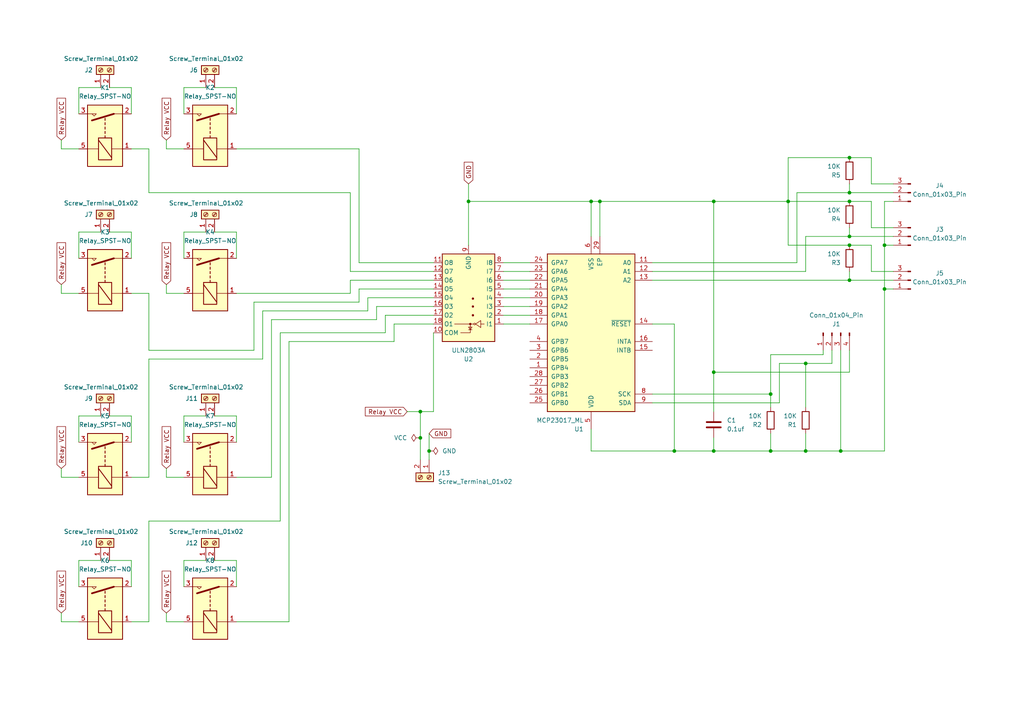
<source format=kicad_sch>
(kicad_sch
	(version 20250114)
	(generator "eeschema")
	(generator_version "9.0")
	(uuid "e06091da-198f-4958-a2a1-78d6c6efbbb6")
	(paper "A4")
	(title_block
		(title "Wireless Generator Controller")
		(date "2025-10-22")
		(rev "0")
		(company "ACCLS Company")
	)
	(lib_symbols
		(symbol "Connector:Conn_01x03_Pin"
			(pin_names
				(offset 1.016)
				(hide yes)
			)
			(exclude_from_sim no)
			(in_bom yes)
			(on_board yes)
			(property "Reference" "J"
				(at 0 5.08 0)
				(effects
					(font
						(size 1.27 1.27)
					)
				)
			)
			(property "Value" "Conn_01x03_Pin"
				(at 0 -5.08 0)
				(effects
					(font
						(size 1.27 1.27)
					)
				)
			)
			(property "Footprint" ""
				(at 0 0 0)
				(effects
					(font
						(size 1.27 1.27)
					)
					(hide yes)
				)
			)
			(property "Datasheet" "~"
				(at 0 0 0)
				(effects
					(font
						(size 1.27 1.27)
					)
					(hide yes)
				)
			)
			(property "Description" "Generic connector, single row, 01x03, script generated"
				(at 0 0 0)
				(effects
					(font
						(size 1.27 1.27)
					)
					(hide yes)
				)
			)
			(property "ki_locked" ""
				(at 0 0 0)
				(effects
					(font
						(size 1.27 1.27)
					)
				)
			)
			(property "ki_keywords" "connector"
				(at 0 0 0)
				(effects
					(font
						(size 1.27 1.27)
					)
					(hide yes)
				)
			)
			(property "ki_fp_filters" "Connector*:*_1x??_*"
				(at 0 0 0)
				(effects
					(font
						(size 1.27 1.27)
					)
					(hide yes)
				)
			)
			(symbol "Conn_01x03_Pin_1_1"
				(rectangle
					(start 0.8636 2.667)
					(end 0 2.413)
					(stroke
						(width 0.1524)
						(type default)
					)
					(fill
						(type outline)
					)
				)
				(rectangle
					(start 0.8636 0.127)
					(end 0 -0.127)
					(stroke
						(width 0.1524)
						(type default)
					)
					(fill
						(type outline)
					)
				)
				(rectangle
					(start 0.8636 -2.413)
					(end 0 -2.667)
					(stroke
						(width 0.1524)
						(type default)
					)
					(fill
						(type outline)
					)
				)
				(polyline
					(pts
						(xy 1.27 2.54) (xy 0.8636 2.54)
					)
					(stroke
						(width 0.1524)
						(type default)
					)
					(fill
						(type none)
					)
				)
				(polyline
					(pts
						(xy 1.27 0) (xy 0.8636 0)
					)
					(stroke
						(width 0.1524)
						(type default)
					)
					(fill
						(type none)
					)
				)
				(polyline
					(pts
						(xy 1.27 -2.54) (xy 0.8636 -2.54)
					)
					(stroke
						(width 0.1524)
						(type default)
					)
					(fill
						(type none)
					)
				)
				(pin passive line
					(at 5.08 2.54 180)
					(length 3.81)
					(name "Pin_1"
						(effects
							(font
								(size 1.27 1.27)
							)
						)
					)
					(number "1"
						(effects
							(font
								(size 1.27 1.27)
							)
						)
					)
				)
				(pin passive line
					(at 5.08 0 180)
					(length 3.81)
					(name "Pin_2"
						(effects
							(font
								(size 1.27 1.27)
							)
						)
					)
					(number "2"
						(effects
							(font
								(size 1.27 1.27)
							)
						)
					)
				)
				(pin passive line
					(at 5.08 -2.54 180)
					(length 3.81)
					(name "Pin_3"
						(effects
							(font
								(size 1.27 1.27)
							)
						)
					)
					(number "3"
						(effects
							(font
								(size 1.27 1.27)
							)
						)
					)
				)
			)
			(embedded_fonts no)
		)
		(symbol "Connector:Conn_01x04_Pin"
			(pin_names
				(offset 1.016)
				(hide yes)
			)
			(exclude_from_sim no)
			(in_bom yes)
			(on_board yes)
			(property "Reference" "J"
				(at 0 5.08 0)
				(effects
					(font
						(size 1.27 1.27)
					)
				)
			)
			(property "Value" "Conn_01x04_Pin"
				(at 0 -7.62 0)
				(effects
					(font
						(size 1.27 1.27)
					)
				)
			)
			(property "Footprint" ""
				(at 0 0 0)
				(effects
					(font
						(size 1.27 1.27)
					)
					(hide yes)
				)
			)
			(property "Datasheet" "~"
				(at 0 0 0)
				(effects
					(font
						(size 1.27 1.27)
					)
					(hide yes)
				)
			)
			(property "Description" "Generic connector, single row, 01x04, script generated"
				(at 0 0 0)
				(effects
					(font
						(size 1.27 1.27)
					)
					(hide yes)
				)
			)
			(property "ki_locked" ""
				(at 0 0 0)
				(effects
					(font
						(size 1.27 1.27)
					)
				)
			)
			(property "ki_keywords" "connector"
				(at 0 0 0)
				(effects
					(font
						(size 1.27 1.27)
					)
					(hide yes)
				)
			)
			(property "ki_fp_filters" "Connector*:*_1x??_*"
				(at 0 0 0)
				(effects
					(font
						(size 1.27 1.27)
					)
					(hide yes)
				)
			)
			(symbol "Conn_01x04_Pin_1_1"
				(rectangle
					(start 0.8636 2.667)
					(end 0 2.413)
					(stroke
						(width 0.1524)
						(type default)
					)
					(fill
						(type outline)
					)
				)
				(rectangle
					(start 0.8636 0.127)
					(end 0 -0.127)
					(stroke
						(width 0.1524)
						(type default)
					)
					(fill
						(type outline)
					)
				)
				(rectangle
					(start 0.8636 -2.413)
					(end 0 -2.667)
					(stroke
						(width 0.1524)
						(type default)
					)
					(fill
						(type outline)
					)
				)
				(rectangle
					(start 0.8636 -4.953)
					(end 0 -5.207)
					(stroke
						(width 0.1524)
						(type default)
					)
					(fill
						(type outline)
					)
				)
				(polyline
					(pts
						(xy 1.27 2.54) (xy 0.8636 2.54)
					)
					(stroke
						(width 0.1524)
						(type default)
					)
					(fill
						(type none)
					)
				)
				(polyline
					(pts
						(xy 1.27 0) (xy 0.8636 0)
					)
					(stroke
						(width 0.1524)
						(type default)
					)
					(fill
						(type none)
					)
				)
				(polyline
					(pts
						(xy 1.27 -2.54) (xy 0.8636 -2.54)
					)
					(stroke
						(width 0.1524)
						(type default)
					)
					(fill
						(type none)
					)
				)
				(polyline
					(pts
						(xy 1.27 -5.08) (xy 0.8636 -5.08)
					)
					(stroke
						(width 0.1524)
						(type default)
					)
					(fill
						(type none)
					)
				)
				(pin passive line
					(at 5.08 2.54 180)
					(length 3.81)
					(name "Pin_1"
						(effects
							(font
								(size 1.27 1.27)
							)
						)
					)
					(number "1"
						(effects
							(font
								(size 1.27 1.27)
							)
						)
					)
				)
				(pin passive line
					(at 5.08 0 180)
					(length 3.81)
					(name "Pin_2"
						(effects
							(font
								(size 1.27 1.27)
							)
						)
					)
					(number "2"
						(effects
							(font
								(size 1.27 1.27)
							)
						)
					)
				)
				(pin passive line
					(at 5.08 -2.54 180)
					(length 3.81)
					(name "Pin_3"
						(effects
							(font
								(size 1.27 1.27)
							)
						)
					)
					(number "3"
						(effects
							(font
								(size 1.27 1.27)
							)
						)
					)
				)
				(pin passive line
					(at 5.08 -5.08 180)
					(length 3.81)
					(name "Pin_4"
						(effects
							(font
								(size 1.27 1.27)
							)
						)
					)
					(number "4"
						(effects
							(font
								(size 1.27 1.27)
							)
						)
					)
				)
			)
			(embedded_fonts no)
		)
		(symbol "Connector:Screw_Terminal_01x02"
			(pin_names
				(offset 1.016)
				(hide yes)
			)
			(exclude_from_sim no)
			(in_bom yes)
			(on_board yes)
			(property "Reference" "J"
				(at 0 2.54 0)
				(effects
					(font
						(size 1.27 1.27)
					)
				)
			)
			(property "Value" "Screw_Terminal_01x02"
				(at 0 -5.08 0)
				(effects
					(font
						(size 1.27 1.27)
					)
				)
			)
			(property "Footprint" ""
				(at 0 0 0)
				(effects
					(font
						(size 1.27 1.27)
					)
					(hide yes)
				)
			)
			(property "Datasheet" "~"
				(at 0 0 0)
				(effects
					(font
						(size 1.27 1.27)
					)
					(hide yes)
				)
			)
			(property "Description" "Generic screw terminal, single row, 01x02, script generated (kicad-library-utils/schlib/autogen/connector/)"
				(at 0 0 0)
				(effects
					(font
						(size 1.27 1.27)
					)
					(hide yes)
				)
			)
			(property "ki_keywords" "screw terminal"
				(at 0 0 0)
				(effects
					(font
						(size 1.27 1.27)
					)
					(hide yes)
				)
			)
			(property "ki_fp_filters" "TerminalBlock*:*"
				(at 0 0 0)
				(effects
					(font
						(size 1.27 1.27)
					)
					(hide yes)
				)
			)
			(symbol "Screw_Terminal_01x02_1_1"
				(rectangle
					(start -1.27 1.27)
					(end 1.27 -3.81)
					(stroke
						(width 0.254)
						(type default)
					)
					(fill
						(type background)
					)
				)
				(polyline
					(pts
						(xy -0.5334 0.3302) (xy 0.3302 -0.508)
					)
					(stroke
						(width 0.1524)
						(type default)
					)
					(fill
						(type none)
					)
				)
				(polyline
					(pts
						(xy -0.5334 -2.2098) (xy 0.3302 -3.048)
					)
					(stroke
						(width 0.1524)
						(type default)
					)
					(fill
						(type none)
					)
				)
				(polyline
					(pts
						(xy -0.3556 0.508) (xy 0.508 -0.3302)
					)
					(stroke
						(width 0.1524)
						(type default)
					)
					(fill
						(type none)
					)
				)
				(polyline
					(pts
						(xy -0.3556 -2.032) (xy 0.508 -2.8702)
					)
					(stroke
						(width 0.1524)
						(type default)
					)
					(fill
						(type none)
					)
				)
				(circle
					(center 0 0)
					(radius 0.635)
					(stroke
						(width 0.1524)
						(type default)
					)
					(fill
						(type none)
					)
				)
				(circle
					(center 0 -2.54)
					(radius 0.635)
					(stroke
						(width 0.1524)
						(type default)
					)
					(fill
						(type none)
					)
				)
				(pin passive line
					(at -5.08 0 0)
					(length 3.81)
					(name "Pin_1"
						(effects
							(font
								(size 1.27 1.27)
							)
						)
					)
					(number "1"
						(effects
							(font
								(size 1.27 1.27)
							)
						)
					)
				)
				(pin passive line
					(at -5.08 -2.54 0)
					(length 3.81)
					(name "Pin_2"
						(effects
							(font
								(size 1.27 1.27)
							)
						)
					)
					(number "2"
						(effects
							(font
								(size 1.27 1.27)
							)
						)
					)
				)
			)
			(embedded_fonts no)
		)
		(symbol "Device:C"
			(pin_numbers
				(hide yes)
			)
			(pin_names
				(offset 0.254)
			)
			(exclude_from_sim no)
			(in_bom yes)
			(on_board yes)
			(property "Reference" "C"
				(at 0.635 2.54 0)
				(effects
					(font
						(size 1.27 1.27)
					)
					(justify left)
				)
			)
			(property "Value" "C"
				(at 0.635 -2.54 0)
				(effects
					(font
						(size 1.27 1.27)
					)
					(justify left)
				)
			)
			(property "Footprint" ""
				(at 0.9652 -3.81 0)
				(effects
					(font
						(size 1.27 1.27)
					)
					(hide yes)
				)
			)
			(property "Datasheet" "~"
				(at 0 0 0)
				(effects
					(font
						(size 1.27 1.27)
					)
					(hide yes)
				)
			)
			(property "Description" "Unpolarized capacitor"
				(at 0 0 0)
				(effects
					(font
						(size 1.27 1.27)
					)
					(hide yes)
				)
			)
			(property "ki_keywords" "cap capacitor"
				(at 0 0 0)
				(effects
					(font
						(size 1.27 1.27)
					)
					(hide yes)
				)
			)
			(property "ki_fp_filters" "C_*"
				(at 0 0 0)
				(effects
					(font
						(size 1.27 1.27)
					)
					(hide yes)
				)
			)
			(symbol "C_0_1"
				(polyline
					(pts
						(xy -2.032 0.762) (xy 2.032 0.762)
					)
					(stroke
						(width 0.508)
						(type default)
					)
					(fill
						(type none)
					)
				)
				(polyline
					(pts
						(xy -2.032 -0.762) (xy 2.032 -0.762)
					)
					(stroke
						(width 0.508)
						(type default)
					)
					(fill
						(type none)
					)
				)
			)
			(symbol "C_1_1"
				(pin passive line
					(at 0 3.81 270)
					(length 2.794)
					(name "~"
						(effects
							(font
								(size 1.27 1.27)
							)
						)
					)
					(number "1"
						(effects
							(font
								(size 1.27 1.27)
							)
						)
					)
				)
				(pin passive line
					(at 0 -3.81 90)
					(length 2.794)
					(name "~"
						(effects
							(font
								(size 1.27 1.27)
							)
						)
					)
					(number "2"
						(effects
							(font
								(size 1.27 1.27)
							)
						)
					)
				)
			)
			(embedded_fonts no)
		)
		(symbol "Device:R"
			(pin_numbers
				(hide yes)
			)
			(pin_names
				(offset 0)
			)
			(exclude_from_sim no)
			(in_bom yes)
			(on_board yes)
			(property "Reference" "R"
				(at 2.032 0 90)
				(effects
					(font
						(size 1.27 1.27)
					)
				)
			)
			(property "Value" "R"
				(at 0 0 90)
				(effects
					(font
						(size 1.27 1.27)
					)
				)
			)
			(property "Footprint" ""
				(at -1.778 0 90)
				(effects
					(font
						(size 1.27 1.27)
					)
					(hide yes)
				)
			)
			(property "Datasheet" "~"
				(at 0 0 0)
				(effects
					(font
						(size 1.27 1.27)
					)
					(hide yes)
				)
			)
			(property "Description" "Resistor"
				(at 0 0 0)
				(effects
					(font
						(size 1.27 1.27)
					)
					(hide yes)
				)
			)
			(property "ki_keywords" "R res resistor"
				(at 0 0 0)
				(effects
					(font
						(size 1.27 1.27)
					)
					(hide yes)
				)
			)
			(property "ki_fp_filters" "R_*"
				(at 0 0 0)
				(effects
					(font
						(size 1.27 1.27)
					)
					(hide yes)
				)
			)
			(symbol "R_0_1"
				(rectangle
					(start -1.016 -2.54)
					(end 1.016 2.54)
					(stroke
						(width 0.254)
						(type default)
					)
					(fill
						(type none)
					)
				)
			)
			(symbol "R_1_1"
				(pin passive line
					(at 0 3.81 270)
					(length 1.27)
					(name "~"
						(effects
							(font
								(size 1.27 1.27)
							)
						)
					)
					(number "1"
						(effects
							(font
								(size 1.27 1.27)
							)
						)
					)
				)
				(pin passive line
					(at 0 -3.81 90)
					(length 1.27)
					(name "~"
						(effects
							(font
								(size 1.27 1.27)
							)
						)
					)
					(number "2"
						(effects
							(font
								(size 1.27 1.27)
							)
						)
					)
				)
			)
			(embedded_fonts no)
		)
		(symbol "Interface_Expansion:MCP23017_ML"
			(pin_names
				(offset 1.016)
			)
			(exclude_from_sim no)
			(in_bom yes)
			(on_board yes)
			(property "Reference" "U"
				(at -11.43 24.13 0)
				(effects
					(font
						(size 1.27 1.27)
					)
				)
			)
			(property "Value" "MCP23017_ML"
				(at 0 0 0)
				(effects
					(font
						(size 1.27 1.27)
					)
				)
			)
			(property "Footprint" "Package_DFN_QFN:QFN-28-1EP_6x6mm_P0.65mm_EP4.25x4.25mm"
				(at 5.08 -25.4 0)
				(effects
					(font
						(size 1.27 1.27)
					)
					(justify left)
					(hide yes)
				)
			)
			(property "Datasheet" "https://ww1.microchip.com/downloads/aemDocuments/documents/APID/ProductDocuments/DataSheets/MCP23017-Data-Sheet-DS20001952.pdf"
				(at 5.08 -27.94 0)
				(effects
					(font
						(size 1.27 1.27)
					)
					(justify left)
					(hide yes)
				)
			)
			(property "Description" "16-bit I/O expander, I2C, interrupts, w pull-ups, GPA/B7 output only (https://microchip.my.site.com/s/article/GPA7---GPB7-Cannot-Be-Used-as-Inputs-In-MCP23017), QFN-28"
				(at 0 0 0)
				(effects
					(font
						(size 1.27 1.27)
					)
					(hide yes)
				)
			)
			(property "ki_keywords" "I2C parallel port expander"
				(at 0 0 0)
				(effects
					(font
						(size 1.27 1.27)
					)
					(hide yes)
				)
			)
			(property "ki_fp_filters" "QFN*6x6mm*P0.65mm*"
				(at 0 0 0)
				(effects
					(font
						(size 1.27 1.27)
					)
					(hide yes)
				)
			)
			(symbol "MCP23017_ML_0_1"
				(rectangle
					(start -12.7 22.86)
					(end 12.7 -22.86)
					(stroke
						(width 0.254)
						(type default)
					)
					(fill
						(type background)
					)
				)
			)
			(symbol "MCP23017_ML_1_1"
				(pin bidirectional line
					(at -17.78 20.32 0)
					(length 5.08)
					(name "SDA"
						(effects
							(font
								(size 1.27 1.27)
							)
						)
					)
					(number "9"
						(effects
							(font
								(size 1.27 1.27)
							)
						)
					)
				)
				(pin input line
					(at -17.78 17.78 0)
					(length 5.08)
					(name "SCK"
						(effects
							(font
								(size 1.27 1.27)
							)
						)
					)
					(number "8"
						(effects
							(font
								(size 1.27 1.27)
							)
						)
					)
				)
				(pin tri_state line
					(at -17.78 5.08 0)
					(length 5.08)
					(name "INTB"
						(effects
							(font
								(size 1.27 1.27)
							)
						)
					)
					(number "15"
						(effects
							(font
								(size 1.27 1.27)
							)
						)
					)
				)
				(pin tri_state line
					(at -17.78 2.54 0)
					(length 5.08)
					(name "INTA"
						(effects
							(font
								(size 1.27 1.27)
							)
						)
					)
					(number "16"
						(effects
							(font
								(size 1.27 1.27)
							)
						)
					)
				)
				(pin input line
					(at -17.78 -2.54 0)
					(length 5.08)
					(name "~{RESET}"
						(effects
							(font
								(size 1.27 1.27)
							)
						)
					)
					(number "14"
						(effects
							(font
								(size 1.27 1.27)
							)
						)
					)
				)
				(pin input line
					(at -17.78 -15.24 0)
					(length 5.08)
					(name "A2"
						(effects
							(font
								(size 1.27 1.27)
							)
						)
					)
					(number "13"
						(effects
							(font
								(size 1.27 1.27)
							)
						)
					)
				)
				(pin input line
					(at -17.78 -17.78 0)
					(length 5.08)
					(name "A1"
						(effects
							(font
								(size 1.27 1.27)
							)
						)
					)
					(number "12"
						(effects
							(font
								(size 1.27 1.27)
							)
						)
					)
				)
				(pin input line
					(at -17.78 -20.32 0)
					(length 5.08)
					(name "A0"
						(effects
							(font
								(size 1.27 1.27)
							)
						)
					)
					(number "11"
						(effects
							(font
								(size 1.27 1.27)
							)
						)
					)
				)
				(pin no_connect line
					(at -12.7 15.24 0)
					(length 5.08)
					(hide yes)
					(name "NC"
						(effects
							(font
								(size 1.27 1.27)
							)
						)
					)
					(number "7"
						(effects
							(font
								(size 1.27 1.27)
							)
						)
					)
				)
				(pin no_connect line
					(at -12.7 12.7 0)
					(length 5.08)
					(hide yes)
					(name "NC"
						(effects
							(font
								(size 1.27 1.27)
							)
						)
					)
					(number "10"
						(effects
							(font
								(size 1.27 1.27)
							)
						)
					)
				)
				(pin passive line
					(at -2.54 -27.94 90)
					(length 5.08)
					(name "EP"
						(effects
							(font
								(size 1.27 1.27)
							)
						)
					)
					(number "29"
						(effects
							(font
								(size 1.27 1.27)
							)
						)
					)
				)
				(pin power_in line
					(at 0 27.94 270)
					(length 5.08)
					(name "VDD"
						(effects
							(font
								(size 1.27 1.27)
							)
						)
					)
					(number "5"
						(effects
							(font
								(size 1.27 1.27)
							)
						)
					)
				)
				(pin power_in line
					(at 0 -27.94 90)
					(length 5.08)
					(name "VSS"
						(effects
							(font
								(size 1.27 1.27)
							)
						)
					)
					(number "6"
						(effects
							(font
								(size 1.27 1.27)
							)
						)
					)
				)
				(pin bidirectional line
					(at 17.78 20.32 180)
					(length 5.08)
					(name "GPB0"
						(effects
							(font
								(size 1.27 1.27)
							)
						)
					)
					(number "25"
						(effects
							(font
								(size 1.27 1.27)
							)
						)
					)
				)
				(pin bidirectional line
					(at 17.78 17.78 180)
					(length 5.08)
					(name "GPB1"
						(effects
							(font
								(size 1.27 1.27)
							)
						)
					)
					(number "26"
						(effects
							(font
								(size 1.27 1.27)
							)
						)
					)
				)
				(pin bidirectional line
					(at 17.78 15.24 180)
					(length 5.08)
					(name "GPB2"
						(effects
							(font
								(size 1.27 1.27)
							)
						)
					)
					(number "27"
						(effects
							(font
								(size 1.27 1.27)
							)
						)
					)
				)
				(pin bidirectional line
					(at 17.78 12.7 180)
					(length 5.08)
					(name "GPB3"
						(effects
							(font
								(size 1.27 1.27)
							)
						)
					)
					(number "28"
						(effects
							(font
								(size 1.27 1.27)
							)
						)
					)
				)
				(pin bidirectional line
					(at 17.78 10.16 180)
					(length 5.08)
					(name "GPB4"
						(effects
							(font
								(size 1.27 1.27)
							)
						)
					)
					(number "1"
						(effects
							(font
								(size 1.27 1.27)
							)
						)
					)
				)
				(pin bidirectional line
					(at 17.78 7.62 180)
					(length 5.08)
					(name "GPB5"
						(effects
							(font
								(size 1.27 1.27)
							)
						)
					)
					(number "2"
						(effects
							(font
								(size 1.27 1.27)
							)
						)
					)
				)
				(pin bidirectional line
					(at 17.78 5.08 180)
					(length 5.08)
					(name "GPB6"
						(effects
							(font
								(size 1.27 1.27)
							)
						)
					)
					(number "3"
						(effects
							(font
								(size 1.27 1.27)
							)
						)
					)
				)
				(pin output line
					(at 17.78 2.54 180)
					(length 5.08)
					(name "GPB7"
						(effects
							(font
								(size 1.27 1.27)
							)
						)
					)
					(number "4"
						(effects
							(font
								(size 1.27 1.27)
							)
						)
					)
				)
				(pin bidirectional line
					(at 17.78 -2.54 180)
					(length 5.08)
					(name "GPA0"
						(effects
							(font
								(size 1.27 1.27)
							)
						)
					)
					(number "17"
						(effects
							(font
								(size 1.27 1.27)
							)
						)
					)
				)
				(pin bidirectional line
					(at 17.78 -5.08 180)
					(length 5.08)
					(name "GPA1"
						(effects
							(font
								(size 1.27 1.27)
							)
						)
					)
					(number "18"
						(effects
							(font
								(size 1.27 1.27)
							)
						)
					)
				)
				(pin bidirectional line
					(at 17.78 -7.62 180)
					(length 5.08)
					(name "GPA2"
						(effects
							(font
								(size 1.27 1.27)
							)
						)
					)
					(number "19"
						(effects
							(font
								(size 1.27 1.27)
							)
						)
					)
				)
				(pin bidirectional line
					(at 17.78 -10.16 180)
					(length 5.08)
					(name "GPA3"
						(effects
							(font
								(size 1.27 1.27)
							)
						)
					)
					(number "20"
						(effects
							(font
								(size 1.27 1.27)
							)
						)
					)
				)
				(pin bidirectional line
					(at 17.78 -12.7 180)
					(length 5.08)
					(name "GPA4"
						(effects
							(font
								(size 1.27 1.27)
							)
						)
					)
					(number "21"
						(effects
							(font
								(size 1.27 1.27)
							)
						)
					)
				)
				(pin bidirectional line
					(at 17.78 -15.24 180)
					(length 5.08)
					(name "GPA5"
						(effects
							(font
								(size 1.27 1.27)
							)
						)
					)
					(number "22"
						(effects
							(font
								(size 1.27 1.27)
							)
						)
					)
				)
				(pin bidirectional line
					(at 17.78 -17.78 180)
					(length 5.08)
					(name "GPA6"
						(effects
							(font
								(size 1.27 1.27)
							)
						)
					)
					(number "23"
						(effects
							(font
								(size 1.27 1.27)
							)
						)
					)
				)
				(pin output line
					(at 17.78 -20.32 180)
					(length 5.08)
					(name "GPA7"
						(effects
							(font
								(size 1.27 1.27)
							)
						)
					)
					(number "24"
						(effects
							(font
								(size 1.27 1.27)
							)
						)
					)
				)
			)
			(embedded_fonts no)
		)
		(symbol "Relay:G5Q-1A"
			(exclude_from_sim no)
			(in_bom yes)
			(on_board yes)
			(property "Reference" "K"
				(at 8.89 3.81 0)
				(effects
					(font
						(size 1.27 1.27)
					)
					(justify left)
				)
			)
			(property "Value" "G5Q-1A"
				(at 8.89 1.27 0)
				(effects
					(font
						(size 1.27 1.27)
					)
					(justify left)
				)
			)
			(property "Footprint" "Relay_THT:Relay_SPST_Omron-G5Q-1A"
				(at 8.89 -1.27 0)
				(effects
					(font
						(size 1.27 1.27)
					)
					(justify left)
					(hide yes)
				)
			)
			(property "Datasheet" "https://www.omron.com/ecb/products/pdf/en-g5q.pdf"
				(at 0 0 0)
				(effects
					(font
						(size 1.27 1.27)
					)
					(hide yes)
				)
			)
			(property "Description" "Omron G5Q relay, Miniature Single Pole, SPST-NO, 10A"
				(at 0 0 0)
				(effects
					(font
						(size 1.27 1.27)
					)
					(hide yes)
				)
			)
			(property "ki_keywords" "Miniature Single Pole Relay"
				(at 0 0 0)
				(effects
					(font
						(size 1.27 1.27)
					)
					(hide yes)
				)
			)
			(property "ki_fp_filters" "Relay*SPST*Omron*G5Q*"
				(at 0 0 0)
				(effects
					(font
						(size 1.27 1.27)
					)
					(hide yes)
				)
			)
			(symbol "G5Q-1A_0_0"
				(polyline
					(pts
						(xy 5.08 5.08) (xy 5.08 2.54) (xy 4.445 3.175) (xy 5.08 3.81)
					)
					(stroke
						(width 0)
						(type default)
					)
					(fill
						(type none)
					)
				)
			)
			(symbol "G5Q-1A_0_1"
				(rectangle
					(start -10.16 5.08)
					(end 7.62 -5.08)
					(stroke
						(width 0.254)
						(type default)
					)
					(fill
						(type background)
					)
				)
				(rectangle
					(start -8.255 1.905)
					(end -1.905 -1.905)
					(stroke
						(width 0.254)
						(type default)
					)
					(fill
						(type none)
					)
				)
				(polyline
					(pts
						(xy -7.62 -1.905) (xy -2.54 1.905)
					)
					(stroke
						(width 0.254)
						(type default)
					)
					(fill
						(type none)
					)
				)
				(polyline
					(pts
						(xy -5.08 5.08) (xy -5.08 1.905)
					)
					(stroke
						(width 0)
						(type default)
					)
					(fill
						(type none)
					)
				)
				(polyline
					(pts
						(xy -5.08 -5.08) (xy -5.08 -1.905)
					)
					(stroke
						(width 0)
						(type default)
					)
					(fill
						(type none)
					)
				)
				(polyline
					(pts
						(xy -1.905 0) (xy -1.27 0)
					)
					(stroke
						(width 0.254)
						(type default)
					)
					(fill
						(type none)
					)
				)
				(polyline
					(pts
						(xy -0.635 0) (xy 0 0)
					)
					(stroke
						(width 0.254)
						(type default)
					)
					(fill
						(type none)
					)
				)
				(polyline
					(pts
						(xy 0.635 0) (xy 1.27 0)
					)
					(stroke
						(width 0.254)
						(type default)
					)
					(fill
						(type none)
					)
				)
				(polyline
					(pts
						(xy 1.905 0) (xy 2.54 0)
					)
					(stroke
						(width 0.254)
						(type default)
					)
					(fill
						(type none)
					)
				)
				(polyline
					(pts
						(xy 3.175 0) (xy 3.81 0)
					)
					(stroke
						(width 0.254)
						(type default)
					)
					(fill
						(type none)
					)
				)
				(polyline
					(pts
						(xy 5.08 -2.54) (xy 3.175 3.81)
					)
					(stroke
						(width 0.508)
						(type default)
					)
					(fill
						(type none)
					)
				)
				(polyline
					(pts
						(xy 5.08 -2.54) (xy 5.08 -5.08)
					)
					(stroke
						(width 0)
						(type default)
					)
					(fill
						(type none)
					)
				)
			)
			(symbol "G5Q-1A_1_1"
				(pin passive line
					(at -5.08 7.62 270)
					(length 2.54)
					(name "~"
						(effects
							(font
								(size 1.27 1.27)
							)
						)
					)
					(number "5"
						(effects
							(font
								(size 1.27 1.27)
							)
						)
					)
				)
				(pin passive line
					(at -5.08 -7.62 90)
					(length 2.54)
					(name "~"
						(effects
							(font
								(size 1.27 1.27)
							)
						)
					)
					(number "1"
						(effects
							(font
								(size 1.27 1.27)
							)
						)
					)
				)
				(pin passive line
					(at 5.08 7.62 270)
					(length 2.54)
					(name "~"
						(effects
							(font
								(size 1.27 1.27)
							)
						)
					)
					(number "3"
						(effects
							(font
								(size 1.27 1.27)
							)
						)
					)
				)
				(pin passive line
					(at 5.08 -7.62 90)
					(length 2.54)
					(name "~"
						(effects
							(font
								(size 1.27 1.27)
							)
						)
					)
					(number "2"
						(effects
							(font
								(size 1.27 1.27)
							)
						)
					)
				)
			)
			(embedded_fonts no)
		)
		(symbol "Transistor_Array:ULN2803A"
			(exclude_from_sim no)
			(in_bom yes)
			(on_board yes)
			(property "Reference" "U"
				(at 0 13.335 0)
				(effects
					(font
						(size 1.27 1.27)
					)
				)
			)
			(property "Value" "ULN2803A"
				(at 0 11.43 0)
				(effects
					(font
						(size 1.27 1.27)
					)
				)
			)
			(property "Footprint" ""
				(at 1.27 -16.51 0)
				(effects
					(font
						(size 1.27 1.27)
					)
					(justify left)
					(hide yes)
				)
			)
			(property "Datasheet" "http://www.ti.com/lit/ds/symlink/uln2803a.pdf"
				(at 2.54 -5.08 0)
				(effects
					(font
						(size 1.27 1.27)
					)
					(hide yes)
				)
			)
			(property "Description" "Darlington Transistor Arrays, SOIC18/DIP18"
				(at 0 0 0)
				(effects
					(font
						(size 1.27 1.27)
					)
					(hide yes)
				)
			)
			(property "ki_keywords" "Darlington transistor array"
				(at 0 0 0)
				(effects
					(font
						(size 1.27 1.27)
					)
					(hide yes)
				)
			)
			(property "ki_fp_filters" "DIP*W7.62mm* SOIC*7.5x11.6mm*P1.27mm*"
				(at 0 0 0)
				(effects
					(font
						(size 1.27 1.27)
					)
					(hide yes)
				)
			)
			(symbol "ULN2803A_0_1"
				(rectangle
					(start -7.62 -15.24)
					(end 7.62 10.16)
					(stroke
						(width 0.254)
						(type default)
					)
					(fill
						(type background)
					)
				)
				(polyline
					(pts
						(xy -4.572 5.08) (xy -3.556 5.08)
					)
					(stroke
						(width 0)
						(type default)
					)
					(fill
						(type none)
					)
				)
				(polyline
					(pts
						(xy -3.556 6.096) (xy -3.556 4.064) (xy -2.032 5.08) (xy -3.556 6.096)
					)
					(stroke
						(width 0)
						(type default)
					)
					(fill
						(type none)
					)
				)
				(circle
					(center -1.778 5.08)
					(radius 0.254)
					(stroke
						(width 0)
						(type default)
					)
					(fill
						(type none)
					)
				)
				(polyline
					(pts
						(xy -1.524 5.08) (xy 4.064 5.08)
					)
					(stroke
						(width 0)
						(type default)
					)
					(fill
						(type none)
					)
				)
				(circle
					(center -1.27 2.54)
					(radius 0.254)
					(stroke
						(width 0)
						(type default)
					)
					(fill
						(type outline)
					)
				)
				(circle
					(center -1.27 0)
					(radius 0.254)
					(stroke
						(width 0)
						(type default)
					)
					(fill
						(type outline)
					)
				)
				(circle
					(center -1.27 -2.286)
					(radius 0.254)
					(stroke
						(width 0)
						(type default)
					)
					(fill
						(type outline)
					)
				)
				(circle
					(center -0.508 5.08)
					(radius 0.254)
					(stroke
						(width 0)
						(type default)
					)
					(fill
						(type outline)
					)
				)
				(polyline
					(pts
						(xy -0.508 5.08) (xy -0.508 7.62) (xy 2.286 7.62)
					)
					(stroke
						(width 0)
						(type default)
					)
					(fill
						(type none)
					)
				)
				(polyline
					(pts
						(xy 0 6.731) (xy -1.016 6.731)
					)
					(stroke
						(width 0)
						(type default)
					)
					(fill
						(type none)
					)
				)
				(polyline
					(pts
						(xy 0 5.969) (xy -1.016 5.969) (xy -0.508 6.731) (xy 0 5.969)
					)
					(stroke
						(width 0)
						(type default)
					)
					(fill
						(type none)
					)
				)
			)
			(symbol "ULN2803A_1_1"
				(pin input line
					(at -10.16 5.08 0)
					(length 2.54)
					(name "I1"
						(effects
							(font
								(size 1.27 1.27)
							)
						)
					)
					(number "1"
						(effects
							(font
								(size 1.27 1.27)
							)
						)
					)
				)
				(pin input line
					(at -10.16 2.54 0)
					(length 2.54)
					(name "I2"
						(effects
							(font
								(size 1.27 1.27)
							)
						)
					)
					(number "2"
						(effects
							(font
								(size 1.27 1.27)
							)
						)
					)
				)
				(pin input line
					(at -10.16 0 0)
					(length 2.54)
					(name "I3"
						(effects
							(font
								(size 1.27 1.27)
							)
						)
					)
					(number "3"
						(effects
							(font
								(size 1.27 1.27)
							)
						)
					)
				)
				(pin input line
					(at -10.16 -2.54 0)
					(length 2.54)
					(name "I4"
						(effects
							(font
								(size 1.27 1.27)
							)
						)
					)
					(number "4"
						(effects
							(font
								(size 1.27 1.27)
							)
						)
					)
				)
				(pin input line
					(at -10.16 -5.08 0)
					(length 2.54)
					(name "I5"
						(effects
							(font
								(size 1.27 1.27)
							)
						)
					)
					(number "5"
						(effects
							(font
								(size 1.27 1.27)
							)
						)
					)
				)
				(pin input line
					(at -10.16 -7.62 0)
					(length 2.54)
					(name "I6"
						(effects
							(font
								(size 1.27 1.27)
							)
						)
					)
					(number "6"
						(effects
							(font
								(size 1.27 1.27)
							)
						)
					)
				)
				(pin input line
					(at -10.16 -10.16 0)
					(length 2.54)
					(name "I7"
						(effects
							(font
								(size 1.27 1.27)
							)
						)
					)
					(number "7"
						(effects
							(font
								(size 1.27 1.27)
							)
						)
					)
				)
				(pin input line
					(at -10.16 -12.7 0)
					(length 2.54)
					(name "I8"
						(effects
							(font
								(size 1.27 1.27)
							)
						)
					)
					(number "8"
						(effects
							(font
								(size 1.27 1.27)
							)
						)
					)
				)
				(pin power_in line
					(at 0 -17.78 90)
					(length 2.54)
					(name "GND"
						(effects
							(font
								(size 1.27 1.27)
							)
						)
					)
					(number "9"
						(effects
							(font
								(size 1.27 1.27)
							)
						)
					)
				)
				(pin passive line
					(at 10.16 7.62 180)
					(length 2.54)
					(name "COM"
						(effects
							(font
								(size 1.27 1.27)
							)
						)
					)
					(number "10"
						(effects
							(font
								(size 1.27 1.27)
							)
						)
					)
				)
				(pin open_collector line
					(at 10.16 5.08 180)
					(length 2.54)
					(name "O1"
						(effects
							(font
								(size 1.27 1.27)
							)
						)
					)
					(number "18"
						(effects
							(font
								(size 1.27 1.27)
							)
						)
					)
				)
				(pin open_collector line
					(at 10.16 2.54 180)
					(length 2.54)
					(name "O2"
						(effects
							(font
								(size 1.27 1.27)
							)
						)
					)
					(number "17"
						(effects
							(font
								(size 1.27 1.27)
							)
						)
					)
				)
				(pin open_collector line
					(at 10.16 0 180)
					(length 2.54)
					(name "O3"
						(effects
							(font
								(size 1.27 1.27)
							)
						)
					)
					(number "16"
						(effects
							(font
								(size 1.27 1.27)
							)
						)
					)
				)
				(pin open_collector line
					(at 10.16 -2.54 180)
					(length 2.54)
					(name "O4"
						(effects
							(font
								(size 1.27 1.27)
							)
						)
					)
					(number "15"
						(effects
							(font
								(size 1.27 1.27)
							)
						)
					)
				)
				(pin open_collector line
					(at 10.16 -5.08 180)
					(length 2.54)
					(name "O5"
						(effects
							(font
								(size 1.27 1.27)
							)
						)
					)
					(number "14"
						(effects
							(font
								(size 1.27 1.27)
							)
						)
					)
				)
				(pin open_collector line
					(at 10.16 -7.62 180)
					(length 2.54)
					(name "O6"
						(effects
							(font
								(size 1.27 1.27)
							)
						)
					)
					(number "13"
						(effects
							(font
								(size 1.27 1.27)
							)
						)
					)
				)
				(pin open_collector line
					(at 10.16 -10.16 180)
					(length 2.54)
					(name "O7"
						(effects
							(font
								(size 1.27 1.27)
							)
						)
					)
					(number "12"
						(effects
							(font
								(size 1.27 1.27)
							)
						)
					)
				)
				(pin open_collector line
					(at 10.16 -12.7 180)
					(length 2.54)
					(name "O8"
						(effects
							(font
								(size 1.27 1.27)
							)
						)
					)
					(number "11"
						(effects
							(font
								(size 1.27 1.27)
							)
						)
					)
				)
			)
			(embedded_fonts no)
		)
		(symbol "power:PWR_FLAG"
			(power)
			(pin_numbers
				(hide yes)
			)
			(pin_names
				(offset 0)
				(hide yes)
			)
			(exclude_from_sim no)
			(in_bom yes)
			(on_board yes)
			(property "Reference" "#FLG"
				(at 0 1.905 0)
				(effects
					(font
						(size 1.27 1.27)
					)
					(hide yes)
				)
			)
			(property "Value" "PWR_FLAG"
				(at 0 3.81 0)
				(effects
					(font
						(size 1.27 1.27)
					)
				)
			)
			(property "Footprint" ""
				(at 0 0 0)
				(effects
					(font
						(size 1.27 1.27)
					)
					(hide yes)
				)
			)
			(property "Datasheet" "~"
				(at 0 0 0)
				(effects
					(font
						(size 1.27 1.27)
					)
					(hide yes)
				)
			)
			(property "Description" "Special symbol for telling ERC where power comes from"
				(at 0 0 0)
				(effects
					(font
						(size 1.27 1.27)
					)
					(hide yes)
				)
			)
			(property "ki_keywords" "flag power"
				(at 0 0 0)
				(effects
					(font
						(size 1.27 1.27)
					)
					(hide yes)
				)
			)
			(symbol "PWR_FLAG_0_0"
				(pin power_out line
					(at 0 0 90)
					(length 0)
					(name "~"
						(effects
							(font
								(size 1.27 1.27)
							)
						)
					)
					(number "1"
						(effects
							(font
								(size 1.27 1.27)
							)
						)
					)
				)
			)
			(symbol "PWR_FLAG_0_1"
				(polyline
					(pts
						(xy 0 0) (xy 0 1.27) (xy -1.016 1.905) (xy 0 2.54) (xy 1.016 1.905) (xy 0 1.27)
					)
					(stroke
						(width 0)
						(type default)
					)
					(fill
						(type none)
					)
				)
			)
			(embedded_fonts no)
		)
	)
	(junction
		(at 233.68 105.41)
		(diameter 0)
		(color 0 0 0 0)
		(uuid "12a09bfd-a8fc-4ddb-99eb-070dd72af5be")
	)
	(junction
		(at 246.38 71.12)
		(diameter 0)
		(color 0 0 0 0)
		(uuid "287809ce-cf34-42c4-85f3-44a755aff80a")
	)
	(junction
		(at 195.58 130.81)
		(diameter 0)
		(color 0 0 0 0)
		(uuid "33dc596b-1e41-4d06-81f5-0b6cf745e192")
	)
	(junction
		(at 246.38 55.88)
		(diameter 0)
		(color 0 0 0 0)
		(uuid "38b63707-89d7-4d04-ad5d-1598ad5b9913")
	)
	(junction
		(at 171.45 58.42)
		(diameter 0)
		(color 0 0 0 0)
		(uuid "41b95a88-7074-4c58-a7f6-b950d6cd9023")
	)
	(junction
		(at 207.01 58.42)
		(diameter 0)
		(color 0 0 0 0)
		(uuid "48653637-3a6a-412f-8adb-d2d1b18f1d85")
	)
	(junction
		(at 121.92 127)
		(diameter 0)
		(color 0 0 0 0)
		(uuid "4dc4077d-b203-413b-a0e5-10ad18c9093d")
	)
	(junction
		(at 223.52 130.81)
		(diameter 0)
		(color 0 0 0 0)
		(uuid "57b87023-a260-45fa-9728-4b72bd284bf9")
	)
	(junction
		(at 223.52 114.3)
		(diameter 0)
		(color 0 0 0 0)
		(uuid "63cb583f-e601-4a09-9ecf-777e26216a0f")
	)
	(junction
		(at 173.99 58.42)
		(diameter 0)
		(color 0 0 0 0)
		(uuid "6623a028-c8d8-4870-84eb-69a8f900a928")
	)
	(junction
		(at 246.38 68.58)
		(diameter 0)
		(color 0 0 0 0)
		(uuid "667fcddb-1ae9-430e-bc10-e9460af1cb3b")
	)
	(junction
		(at 256.54 71.12)
		(diameter 0)
		(color 0 0 0 0)
		(uuid "6c58bb1c-4227-41d6-81e2-4e2f9a199f0f")
	)
	(junction
		(at 228.6 58.42)
		(diameter 0)
		(color 0 0 0 0)
		(uuid "701345e2-1fbd-4307-9f21-c68727281ba6")
	)
	(junction
		(at 135.89 58.42)
		(diameter 0)
		(color 0 0 0 0)
		(uuid "7079421e-a928-4eb6-af56-cbed9c6266ae")
	)
	(junction
		(at 243.84 130.81)
		(diameter 0)
		(color 0 0 0 0)
		(uuid "72393e4d-d23b-428b-92b5-6ad7552ce95f")
	)
	(junction
		(at 124.46 130.81)
		(diameter 0)
		(color 0 0 0 0)
		(uuid "864dca76-3dbd-4fea-b530-c34c566f6192")
	)
	(junction
		(at 207.01 130.81)
		(diameter 0)
		(color 0 0 0 0)
		(uuid "b1dbdbba-ef6f-443e-aaff-86db1a2cfa2d")
	)
	(junction
		(at 207.01 107.95)
		(diameter 0)
		(color 0 0 0 0)
		(uuid "b52ace06-474e-42f2-bc51-41b91e7613f6")
	)
	(junction
		(at 233.68 130.81)
		(diameter 0)
		(color 0 0 0 0)
		(uuid "b67dc559-c923-4a3a-ab30-deb558f680f0")
	)
	(junction
		(at 246.38 45.72)
		(diameter 0)
		(color 0 0 0 0)
		(uuid "b6f8e477-acc4-4b29-87c1-5f18b552de6e")
	)
	(junction
		(at 121.92 119.38)
		(diameter 0)
		(color 0 0 0 0)
		(uuid "be2e58b0-64a4-4949-b256-02ad4838e0bf")
	)
	(junction
		(at 246.38 81.28)
		(diameter 0)
		(color 0 0 0 0)
		(uuid "c8b63d32-bfc3-4a4f-9e5f-80dbc1124650")
	)
	(junction
		(at 256.54 83.82)
		(diameter 0)
		(color 0 0 0 0)
		(uuid "de03f38d-cad2-485d-8755-9d92922686b6")
	)
	(junction
		(at 246.38 58.42)
		(diameter 0)
		(color 0 0 0 0)
		(uuid "e2ca5914-9918-4a00-a49f-2cfe53861cbc")
	)
	(wire
		(pts
			(xy 38.1 67.31) (xy 31.75 67.31)
		)
		(stroke
			(width 0)
			(type default)
		)
		(uuid "00b4352c-e0ce-40fd-9587-7d9933a107c5")
	)
	(wire
		(pts
			(xy 101.6 55.88) (xy 101.6 78.74)
		)
		(stroke
			(width 0)
			(type default)
		)
		(uuid "0479a444-4f3c-4d7d-b840-2631364900f8")
	)
	(wire
		(pts
			(xy 106.68 90.17) (xy 106.68 86.36)
		)
		(stroke
			(width 0)
			(type default)
		)
		(uuid "05bfe527-3e61-4afe-a471-3cadcca68c49")
	)
	(wire
		(pts
			(xy 38.1 180.34) (xy 43.18 180.34)
		)
		(stroke
			(width 0)
			(type default)
		)
		(uuid "0761aa26-1912-40dd-bed3-acbfc1065edb")
	)
	(wire
		(pts
			(xy 68.58 162.56) (xy 62.23 162.56)
		)
		(stroke
			(width 0)
			(type default)
		)
		(uuid "08dbc76a-ea96-4b75-81d0-9147a7b774c7")
	)
	(wire
		(pts
			(xy 125.73 93.98) (xy 114.3 93.98)
		)
		(stroke
			(width 0)
			(type default)
		)
		(uuid "08e86587-e8a4-403c-a833-2555dd57ed9f")
	)
	(wire
		(pts
			(xy 68.58 74.93) (xy 68.58 67.31)
		)
		(stroke
			(width 0)
			(type default)
		)
		(uuid "0ba44bb4-f2e7-4454-a3cd-d5b63d1839f5")
	)
	(wire
		(pts
			(xy 68.58 25.4) (xy 62.23 25.4)
		)
		(stroke
			(width 0)
			(type default)
		)
		(uuid "0c54114a-163d-4c06-938a-d0236c58544b")
	)
	(wire
		(pts
			(xy 125.73 76.2) (xy 104.14 76.2)
		)
		(stroke
			(width 0)
			(type default)
		)
		(uuid "0fd3f29d-a608-47c4-b184-f5626d1d43be")
	)
	(wire
		(pts
			(xy 259.08 53.34) (xy 252.73 53.34)
		)
		(stroke
			(width 0)
			(type default)
		)
		(uuid "0ff8c16e-8b95-4eaf-ae26-30d570fce873")
	)
	(wire
		(pts
			(xy 125.73 119.38) (xy 121.92 119.38)
		)
		(stroke
			(width 0)
			(type default)
		)
		(uuid "105e6ee4-4938-4a4f-b678-16e22ad67825")
	)
	(wire
		(pts
			(xy 17.78 40.64) (xy 17.78 43.18)
		)
		(stroke
			(width 0)
			(type default)
		)
		(uuid "12fac1ff-400a-4ed8-bebc-29c51463a5a6")
	)
	(wire
		(pts
			(xy 114.3 93.98) (xy 114.3 99.06)
		)
		(stroke
			(width 0)
			(type default)
		)
		(uuid "1423a476-4efa-472d-a326-2b628697f715")
	)
	(wire
		(pts
			(xy 17.78 180.34) (xy 22.86 180.34)
		)
		(stroke
			(width 0)
			(type default)
		)
		(uuid "151a07b7-91b6-4112-87c3-b8711da16c6f")
	)
	(wire
		(pts
			(xy 59.69 162.56) (xy 53.34 162.56)
		)
		(stroke
			(width 0)
			(type default)
		)
		(uuid "17ea1297-9bf5-4f42-ab00-a62757faec89")
	)
	(wire
		(pts
			(xy 153.67 76.2) (xy 146.05 76.2)
		)
		(stroke
			(width 0)
			(type default)
		)
		(uuid "193e475b-d2eb-4b92-bec8-3e9db94dc5c0")
	)
	(wire
		(pts
			(xy 238.76 101.6) (xy 238.76 102.87)
		)
		(stroke
			(width 0)
			(type default)
		)
		(uuid "1aa18677-d421-4267-b244-16741c68e056")
	)
	(wire
		(pts
			(xy 22.86 120.65) (xy 22.86 128.27)
		)
		(stroke
			(width 0)
			(type default)
		)
		(uuid "1ac747d6-a89c-457b-a975-08b0b184d42b")
	)
	(wire
		(pts
			(xy 256.54 83.82) (xy 256.54 130.81)
		)
		(stroke
			(width 0)
			(type default)
		)
		(uuid "1fa8fa8b-078e-4c94-ab4b-adf5b1afd578")
	)
	(wire
		(pts
			(xy 59.69 120.65) (xy 53.34 120.65)
		)
		(stroke
			(width 0)
			(type default)
		)
		(uuid "207ff0ea-d69a-4294-8a4a-5a17cab29649")
	)
	(wire
		(pts
			(xy 246.38 71.12) (xy 228.6 71.12)
		)
		(stroke
			(width 0)
			(type default)
		)
		(uuid "22e03256-8ad5-4e90-aad3-3b872fcfb515")
	)
	(wire
		(pts
			(xy 189.23 116.84) (xy 226.06 116.84)
		)
		(stroke
			(width 0)
			(type default)
		)
		(uuid "24d75523-18f8-4ce1-b8b0-f8f940ffc106")
	)
	(wire
		(pts
			(xy 153.67 78.74) (xy 146.05 78.74)
		)
		(stroke
			(width 0)
			(type default)
		)
		(uuid "261a1808-76ee-4617-ac3d-f85a01edd3fc")
	)
	(wire
		(pts
			(xy 29.21 120.65) (xy 22.86 120.65)
		)
		(stroke
			(width 0)
			(type default)
		)
		(uuid "293466e1-b46b-4658-9537-0b431024afe5")
	)
	(wire
		(pts
			(xy 17.78 85.09) (xy 22.86 85.09)
		)
		(stroke
			(width 0)
			(type default)
		)
		(uuid "29ead96c-e273-4cd3-8936-bb71850cfe49")
	)
	(wire
		(pts
			(xy 38.1 128.27) (xy 38.1 120.65)
		)
		(stroke
			(width 0)
			(type default)
		)
		(uuid "2a8e8e6b-e57a-4887-8ec4-ec779135ba45")
	)
	(wire
		(pts
			(xy 68.58 85.09) (xy 101.6 85.09)
		)
		(stroke
			(width 0)
			(type default)
		)
		(uuid "2c638384-4337-4b73-b865-f2beb3a76695")
	)
	(wire
		(pts
			(xy 53.34 67.31) (xy 53.34 74.93)
		)
		(stroke
			(width 0)
			(type default)
		)
		(uuid "2e8c67b8-281d-4cd8-92fd-0a262247117d")
	)
	(wire
		(pts
			(xy 153.67 88.9) (xy 146.05 88.9)
		)
		(stroke
			(width 0)
			(type default)
		)
		(uuid "30aece32-0817-48d5-8a22-be6f4e8970bf")
	)
	(wire
		(pts
			(xy 101.6 81.28) (xy 125.73 81.28)
		)
		(stroke
			(width 0)
			(type default)
		)
		(uuid "32aae10e-4ad6-4747-801a-658221f000e2")
	)
	(wire
		(pts
			(xy 246.38 58.42) (xy 228.6 58.42)
		)
		(stroke
			(width 0)
			(type default)
		)
		(uuid "36b21142-5520-4b03-8635-ec38ec096728")
	)
	(wire
		(pts
			(xy 59.69 25.4) (xy 53.34 25.4)
		)
		(stroke
			(width 0)
			(type default)
		)
		(uuid "37712102-d4b6-4163-8175-391dd6a58ff2")
	)
	(wire
		(pts
			(xy 76.2 104.14) (xy 76.2 90.17)
		)
		(stroke
			(width 0)
			(type default)
		)
		(uuid "38bb037a-3cb9-4d85-b1b8-176eb3205991")
	)
	(wire
		(pts
			(xy 259.08 78.74) (xy 252.73 78.74)
		)
		(stroke
			(width 0)
			(type default)
		)
		(uuid "3bacbf48-f6c2-4007-b46e-d9ab32f18ef0")
	)
	(wire
		(pts
			(xy 17.78 177.8) (xy 17.78 180.34)
		)
		(stroke
			(width 0)
			(type default)
		)
		(uuid "3eaaa109-aab8-49a2-9346-5586068fe754")
	)
	(wire
		(pts
			(xy 104.14 87.63) (xy 73.66 87.63)
		)
		(stroke
			(width 0)
			(type default)
		)
		(uuid "3f8bb8a9-4a6a-47ef-898e-4618762105ee")
	)
	(wire
		(pts
			(xy 38.1 138.43) (xy 43.18 138.43)
		)
		(stroke
			(width 0)
			(type default)
		)
		(uuid "3fd06611-48aa-4200-8e40-95a6a293dd96")
	)
	(wire
		(pts
			(xy 17.78 138.43) (xy 22.86 138.43)
		)
		(stroke
			(width 0)
			(type default)
		)
		(uuid "3fd6c67c-9f16-44cd-90e3-4938a3f38445")
	)
	(wire
		(pts
			(xy 43.18 138.43) (xy 43.18 104.14)
		)
		(stroke
			(width 0)
			(type default)
		)
		(uuid "400d13e8-a0fe-41d6-bdcc-1de86e4f48cb")
	)
	(wire
		(pts
			(xy 109.22 88.9) (xy 109.22 92.71)
		)
		(stroke
			(width 0)
			(type default)
		)
		(uuid "45ec51b3-40ac-4d24-92b9-2d1055372d19")
	)
	(wire
		(pts
			(xy 171.45 130.81) (xy 171.45 124.46)
		)
		(stroke
			(width 0)
			(type default)
		)
		(uuid "46159042-9b5e-4d21-b2c8-1ce9d4884069")
	)
	(wire
		(pts
			(xy 135.89 53.34) (xy 135.89 58.42)
		)
		(stroke
			(width 0)
			(type default)
		)
		(uuid "4706e8e3-c6e4-4d66-b421-c4ccadaf52e9")
	)
	(wire
		(pts
			(xy 43.18 104.14) (xy 76.2 104.14)
		)
		(stroke
			(width 0)
			(type default)
		)
		(uuid "4cce21a4-3b01-4f1e-bb12-6962b9f5f606")
	)
	(wire
		(pts
			(xy 48.26 40.64) (xy 48.26 43.18)
		)
		(stroke
			(width 0)
			(type default)
		)
		(uuid "4e668aaa-2e92-473a-b036-7327570d6016")
	)
	(wire
		(pts
			(xy 171.45 58.42) (xy 173.99 58.42)
		)
		(stroke
			(width 0)
			(type default)
		)
		(uuid "51e9a412-0d5f-4fd0-b011-53433b5e21a7")
	)
	(wire
		(pts
			(xy 106.68 86.36) (xy 125.73 86.36)
		)
		(stroke
			(width 0)
			(type default)
		)
		(uuid "528ab91d-39ba-4234-9d5d-b1a9648cdfd4")
	)
	(wire
		(pts
			(xy 68.58 33.02) (xy 68.58 25.4)
		)
		(stroke
			(width 0)
			(type default)
		)
		(uuid "537cb2dd-b694-4241-898b-590e2ecd316d")
	)
	(wire
		(pts
			(xy 246.38 81.28) (xy 246.38 78.74)
		)
		(stroke
			(width 0)
			(type default)
		)
		(uuid "53c51545-72d0-4411-9374-eff89530f80b")
	)
	(wire
		(pts
			(xy 104.14 83.82) (xy 104.14 87.63)
		)
		(stroke
			(width 0)
			(type default)
		)
		(uuid "53c7376b-bd7f-4de6-b0e2-c7ddeac60117")
	)
	(wire
		(pts
			(xy 173.99 58.42) (xy 207.01 58.42)
		)
		(stroke
			(width 0)
			(type default)
		)
		(uuid "547dace6-f80c-491d-856f-45a83263aab8")
	)
	(wire
		(pts
			(xy 109.22 92.71) (xy 78.74 92.71)
		)
		(stroke
			(width 0)
			(type default)
		)
		(uuid "54e60fb8-92fc-41d8-b14c-551f94871593")
	)
	(wire
		(pts
			(xy 233.68 68.58) (xy 246.38 68.58)
		)
		(stroke
			(width 0)
			(type default)
		)
		(uuid "55179376-a869-44b0-aadc-410ec84ce979")
	)
	(wire
		(pts
			(xy 153.67 93.98) (xy 146.05 93.98)
		)
		(stroke
			(width 0)
			(type default)
		)
		(uuid "55b0432e-c41e-4dbe-97f0-a6d716cc6471")
	)
	(wire
		(pts
			(xy 38.1 120.65) (xy 31.75 120.65)
		)
		(stroke
			(width 0)
			(type default)
		)
		(uuid "57ce2e68-4f7e-488d-b11e-b3ef408bfaa5")
	)
	(wire
		(pts
			(xy 246.38 68.58) (xy 246.38 66.04)
		)
		(stroke
			(width 0)
			(type default)
		)
		(uuid "5819dc97-a0fe-4c13-83e2-8ee03322fd0f")
	)
	(wire
		(pts
			(xy 53.34 25.4) (xy 53.34 33.02)
		)
		(stroke
			(width 0)
			(type default)
		)
		(uuid "5a2f8fd5-f667-478d-8d3c-95c696bfdb37")
	)
	(wire
		(pts
			(xy 231.14 55.88) (xy 231.14 76.2)
		)
		(stroke
			(width 0)
			(type default)
		)
		(uuid "5ad9c0fe-0f52-4dc7-9750-a5c922eb5766")
	)
	(wire
		(pts
			(xy 38.1 74.93) (xy 38.1 67.31)
		)
		(stroke
			(width 0)
			(type default)
		)
		(uuid "5bdcfbba-32bc-408c-aaeb-6f25b22c4033")
	)
	(wire
		(pts
			(xy 207.01 119.38) (xy 207.01 107.95)
		)
		(stroke
			(width 0)
			(type default)
		)
		(uuid "604efc36-4fb5-4e1b-85fc-a6ad7367a541")
	)
	(wire
		(pts
			(xy 125.73 83.82) (xy 104.14 83.82)
		)
		(stroke
			(width 0)
			(type default)
		)
		(uuid "620ad512-c930-44a9-a666-e001dc1ed0a1")
	)
	(wire
		(pts
			(xy 246.38 45.72) (xy 228.6 45.72)
		)
		(stroke
			(width 0)
			(type default)
		)
		(uuid "646e0189-5a4a-4259-9f3a-7bcaf523afc0")
	)
	(wire
		(pts
			(xy 59.69 67.31) (xy 53.34 67.31)
		)
		(stroke
			(width 0)
			(type default)
		)
		(uuid "64780113-723c-4327-a490-3cd5c60c3b5a")
	)
	(wire
		(pts
			(xy 76.2 90.17) (xy 106.68 90.17)
		)
		(stroke
			(width 0)
			(type default)
		)
		(uuid "6539df6b-fb30-4df7-9c33-efdbefc00c2c")
	)
	(wire
		(pts
			(xy 226.06 116.84) (xy 226.06 105.41)
		)
		(stroke
			(width 0)
			(type default)
		)
		(uuid "660ab630-02bd-4167-839f-59bedc44893b")
	)
	(wire
		(pts
			(xy 252.73 71.12) (xy 246.38 71.12)
		)
		(stroke
			(width 0)
			(type default)
		)
		(uuid "670a70ba-5ef6-4e06-9ffe-18ccbb978141")
	)
	(wire
		(pts
			(xy 29.21 25.4) (xy 22.86 25.4)
		)
		(stroke
			(width 0)
			(type default)
		)
		(uuid "67eb2332-3f69-4684-a1a5-3f12601972bc")
	)
	(wire
		(pts
			(xy 173.99 58.42) (xy 173.99 68.58)
		)
		(stroke
			(width 0)
			(type default)
		)
		(uuid "6872e3f9-a846-4d95-8e0f-6ec73ec4c731")
	)
	(wire
		(pts
			(xy 189.23 114.3) (xy 223.52 114.3)
		)
		(stroke
			(width 0)
			(type default)
		)
		(uuid "6a2f9186-40f6-4066-8974-c919421f44f8")
	)
	(wire
		(pts
			(xy 38.1 33.02) (xy 38.1 25.4)
		)
		(stroke
			(width 0)
			(type default)
		)
		(uuid "6a3a18f0-aebc-4bb9-b379-25eb791fa04d")
	)
	(wire
		(pts
			(xy 256.54 83.82) (xy 259.08 83.82)
		)
		(stroke
			(width 0)
			(type default)
		)
		(uuid "6c132fa7-5541-4be1-a873-c3994a230507")
	)
	(wire
		(pts
			(xy 53.34 162.56) (xy 53.34 170.18)
		)
		(stroke
			(width 0)
			(type default)
		)
		(uuid "6d9b1a03-8bdf-4100-aa9b-f955430bfc37")
	)
	(wire
		(pts
			(xy 252.73 78.74) (xy 252.73 71.12)
		)
		(stroke
			(width 0)
			(type default)
		)
		(uuid "6f2a482d-8860-4405-8d62-323fb135d657")
	)
	(wire
		(pts
			(xy 125.73 119.38) (xy 125.73 96.52)
		)
		(stroke
			(width 0)
			(type default)
		)
		(uuid "70462f3b-a283-4e24-8baa-00aedba82569")
	)
	(wire
		(pts
			(xy 48.26 135.89) (xy 48.26 138.43)
		)
		(stroke
			(width 0)
			(type default)
		)
		(uuid "7069e73c-5fa4-467b-8c7c-1e249e4f4601")
	)
	(wire
		(pts
			(xy 48.26 177.8) (xy 48.26 180.34)
		)
		(stroke
			(width 0)
			(type default)
		)
		(uuid "7312b0d4-c4b1-4d34-bc53-64dae15b734c")
	)
	(wire
		(pts
			(xy 101.6 85.09) (xy 101.6 81.28)
		)
		(stroke
			(width 0)
			(type default)
		)
		(uuid "73c53458-fc6c-4dc8-911f-b3f5a48d591c")
	)
	(wire
		(pts
			(xy 68.58 67.31) (xy 62.23 67.31)
		)
		(stroke
			(width 0)
			(type default)
		)
		(uuid "746b5aa0-110b-4c6f-abe9-eba788da69d7")
	)
	(wire
		(pts
			(xy 17.78 43.18) (xy 22.86 43.18)
		)
		(stroke
			(width 0)
			(type default)
		)
		(uuid "77467303-70c6-4dd4-a858-3868aeb5e75f")
	)
	(wire
		(pts
			(xy 171.45 58.42) (xy 171.45 68.58)
		)
		(stroke
			(width 0)
			(type default)
		)
		(uuid "774a60a5-e969-47c3-97e6-9b42e8db805c")
	)
	(wire
		(pts
			(xy 207.01 130.81) (xy 195.58 130.81)
		)
		(stroke
			(width 0)
			(type default)
		)
		(uuid "7790d478-7ddf-4596-8f9a-32004f4b3fd1")
	)
	(wire
		(pts
			(xy 81.28 151.13) (xy 81.28 96.52)
		)
		(stroke
			(width 0)
			(type default)
		)
		(uuid "79c18bd2-bec4-4ebd-af03-d7526cbf5cf8")
	)
	(wire
		(pts
			(xy 207.01 107.95) (xy 207.01 58.42)
		)
		(stroke
			(width 0)
			(type default)
		)
		(uuid "8127896e-514d-4b57-95c4-a6c8c7dcd8b4")
	)
	(wire
		(pts
			(xy 135.89 58.42) (xy 171.45 58.42)
		)
		(stroke
			(width 0)
			(type default)
		)
		(uuid "818662d2-2f56-4061-8ae8-c7bf81596ff6")
	)
	(wire
		(pts
			(xy 189.23 93.98) (xy 195.58 93.98)
		)
		(stroke
			(width 0)
			(type default)
		)
		(uuid "8218a568-1207-47d1-918e-f77e5eb2a4ad")
	)
	(wire
		(pts
			(xy 43.18 55.88) (xy 101.6 55.88)
		)
		(stroke
			(width 0)
			(type default)
		)
		(uuid "82ab086d-c349-4210-86f4-13604cdabc34")
	)
	(wire
		(pts
			(xy 195.58 93.98) (xy 195.58 130.81)
		)
		(stroke
			(width 0)
			(type default)
		)
		(uuid "83c9bfd7-f53c-423b-a11b-9f6f1d01bc6e")
	)
	(wire
		(pts
			(xy 29.21 67.31) (xy 22.86 67.31)
		)
		(stroke
			(width 0)
			(type default)
		)
		(uuid "83e21d49-6280-4136-9fb5-d173f03b5541")
	)
	(wire
		(pts
			(xy 48.26 138.43) (xy 53.34 138.43)
		)
		(stroke
			(width 0)
			(type default)
		)
		(uuid "85520403-88c9-44df-b2b8-b799eccc9b81")
	)
	(wire
		(pts
			(xy 195.58 130.81) (xy 171.45 130.81)
		)
		(stroke
			(width 0)
			(type default)
		)
		(uuid "8627b122-96b3-444a-b188-36f5e14dbaee")
	)
	(wire
		(pts
			(xy 223.52 114.3) (xy 223.52 102.87)
		)
		(stroke
			(width 0)
			(type default)
		)
		(uuid "86b0bc16-b7b0-481e-aa3b-56006e98bb08")
	)
	(wire
		(pts
			(xy 17.78 135.89) (xy 17.78 138.43)
		)
		(stroke
			(width 0)
			(type default)
		)
		(uuid "8782abf6-6add-42e7-87d7-6bccb1cfa965")
	)
	(wire
		(pts
			(xy 104.14 76.2) (xy 104.14 43.18)
		)
		(stroke
			(width 0)
			(type default)
		)
		(uuid "8c70fdaa-2ef5-4f5a-8e85-005e52e1e2ba")
	)
	(wire
		(pts
			(xy 246.38 55.88) (xy 246.38 53.34)
		)
		(stroke
			(width 0)
			(type default)
		)
		(uuid "8e32690e-339d-4b71-b311-b88f61a1188b")
	)
	(wire
		(pts
			(xy 226.06 105.41) (xy 233.68 105.41)
		)
		(stroke
			(width 0)
			(type default)
		)
		(uuid "9063d438-c76b-435d-a3ca-d1897aa304bd")
	)
	(wire
		(pts
			(xy 48.26 180.34) (xy 53.34 180.34)
		)
		(stroke
			(width 0)
			(type default)
		)
		(uuid "93472ba8-1004-4809-b1ed-518610840ee3")
	)
	(wire
		(pts
			(xy 223.52 130.81) (xy 223.52 125.73)
		)
		(stroke
			(width 0)
			(type default)
		)
		(uuid "96409e16-c7da-4111-ba6d-d6e004ff8523")
	)
	(wire
		(pts
			(xy 111.76 96.52) (xy 111.76 91.44)
		)
		(stroke
			(width 0)
			(type default)
		)
		(uuid "96d92749-2d80-4a9a-a43c-909526e7f74b")
	)
	(wire
		(pts
			(xy 22.86 162.56) (xy 22.86 170.18)
		)
		(stroke
			(width 0)
			(type default)
		)
		(uuid "97cc3430-8f66-4edb-ab08-124ed12ee149")
	)
	(wire
		(pts
			(xy 238.76 102.87) (xy 223.52 102.87)
		)
		(stroke
			(width 0)
			(type default)
		)
		(uuid "98eed6ac-79ca-4562-a05a-e9b3d52a6c9c")
	)
	(wire
		(pts
			(xy 256.54 71.12) (xy 256.54 83.82)
		)
		(stroke
			(width 0)
			(type default)
		)
		(uuid "9e3e12f9-38f0-4281-a02c-bfe7d6cdb72a")
	)
	(wire
		(pts
			(xy 78.74 92.71) (xy 78.74 138.43)
		)
		(stroke
			(width 0)
			(type default)
		)
		(uuid "9ff44c0d-6dc6-4f57-b499-0e94e0ad4fe5")
	)
	(wire
		(pts
			(xy 29.21 162.56) (xy 22.86 162.56)
		)
		(stroke
			(width 0)
			(type default)
		)
		(uuid "a0157b7a-cbd5-4763-a71f-b7701adfa9ec")
	)
	(wire
		(pts
			(xy 43.18 85.09) (xy 38.1 85.09)
		)
		(stroke
			(width 0)
			(type default)
		)
		(uuid "a225582c-b033-4e18-a3aa-a5aab0c119ba")
	)
	(wire
		(pts
			(xy 38.1 25.4) (xy 31.75 25.4)
		)
		(stroke
			(width 0)
			(type default)
		)
		(uuid "a2c3c1b5-8633-4ad4-b7fa-baf3599ac4d2")
	)
	(wire
		(pts
			(xy 22.86 25.4) (xy 22.86 33.02)
		)
		(stroke
			(width 0)
			(type default)
		)
		(uuid "a363b61a-477e-44fa-83f5-b16fc02e4063")
	)
	(wire
		(pts
			(xy 231.14 76.2) (xy 189.23 76.2)
		)
		(stroke
			(width 0)
			(type default)
		)
		(uuid "a3c77d87-bc02-41a2-a583-70079d6b0cba")
	)
	(wire
		(pts
			(xy 124.46 125.73) (xy 124.46 130.81)
		)
		(stroke
			(width 0)
			(type default)
		)
		(uuid "a5e3d9f2-2dec-4c38-94ac-da75bb170bfa")
	)
	(wire
		(pts
			(xy 252.73 66.04) (xy 252.73 58.42)
		)
		(stroke
			(width 0)
			(type default)
		)
		(uuid "a74cadeb-8f96-445f-9ff0-512b870f2ead")
	)
	(wire
		(pts
			(xy 83.82 180.34) (xy 68.58 180.34)
		)
		(stroke
			(width 0)
			(type default)
		)
		(uuid "a7ee45ba-05d6-4d44-b0ce-13f1983e98c0")
	)
	(wire
		(pts
			(xy 124.46 130.81) (xy 124.46 133.35)
		)
		(stroke
			(width 0)
			(type default)
		)
		(uuid "aa4b8f6f-68e1-4949-ab30-9eede5db6e77")
	)
	(wire
		(pts
			(xy 68.58 120.65) (xy 62.23 120.65)
		)
		(stroke
			(width 0)
			(type default)
		)
		(uuid "ac6387f7-5ba1-4f2b-a314-ba548068fab7")
	)
	(wire
		(pts
			(xy 43.18 101.6) (xy 43.18 85.09)
		)
		(stroke
			(width 0)
			(type default)
		)
		(uuid "ad16b2a9-0802-4a3a-ac4e-c73958d73c24")
	)
	(wire
		(pts
			(xy 153.67 83.82) (xy 146.05 83.82)
		)
		(stroke
			(width 0)
			(type default)
		)
		(uuid "ad2887c6-1d08-4e19-9abc-4204709d96f5")
	)
	(wire
		(pts
			(xy 38.1 162.56) (xy 31.75 162.56)
		)
		(stroke
			(width 0)
			(type default)
		)
		(uuid "ad2928e4-7262-4b22-88b3-ff43f72d84f9")
	)
	(wire
		(pts
			(xy 83.82 99.06) (xy 83.82 180.34)
		)
		(stroke
			(width 0)
			(type default)
		)
		(uuid "ada3f953-6bd6-4e65-a5a2-31532fc203c9")
	)
	(wire
		(pts
			(xy 223.52 130.81) (xy 233.68 130.81)
		)
		(stroke
			(width 0)
			(type default)
		)
		(uuid "af003f39-7fab-464b-a095-80fb089f574a")
	)
	(wire
		(pts
			(xy 22.86 67.31) (xy 22.86 74.93)
		)
		(stroke
			(width 0)
			(type default)
		)
		(uuid "af123faa-2a7f-4542-96cb-1d49fb3295a6")
	)
	(wire
		(pts
			(xy 101.6 78.74) (xy 125.73 78.74)
		)
		(stroke
			(width 0)
			(type default)
		)
		(uuid "af7458f0-7cc4-49b3-9f6e-345ee69c75c7")
	)
	(wire
		(pts
			(xy 223.52 118.11) (xy 223.52 114.3)
		)
		(stroke
			(width 0)
			(type default)
		)
		(uuid "b0c6dd6f-eeb1-49d6-b221-33dc4161a8f1")
	)
	(wire
		(pts
			(xy 43.18 180.34) (xy 43.18 151.13)
		)
		(stroke
			(width 0)
			(type default)
		)
		(uuid "b4bc0482-8255-4336-85fd-29f85d934bf7")
	)
	(wire
		(pts
			(xy 256.54 130.81) (xy 243.84 130.81)
		)
		(stroke
			(width 0)
			(type default)
		)
		(uuid "b8a43728-8662-444a-bd1c-dbea3bd12a4d")
	)
	(wire
		(pts
			(xy 246.38 107.95) (xy 207.01 107.95)
		)
		(stroke
			(width 0)
			(type default)
		)
		(uuid "ba046dae-46ef-43b2-9c27-0a305448cf1b")
	)
	(wire
		(pts
			(xy 228.6 71.12) (xy 228.6 58.42)
		)
		(stroke
			(width 0)
			(type default)
		)
		(uuid "ba274a86-9001-4568-9302-69b5b3c0e402")
	)
	(wire
		(pts
			(xy 246.38 101.6) (xy 246.38 107.95)
		)
		(stroke
			(width 0)
			(type default)
		)
		(uuid "ba37be89-460f-4035-a718-2c86513bfb28")
	)
	(wire
		(pts
			(xy 104.14 43.18) (xy 68.58 43.18)
		)
		(stroke
			(width 0)
			(type default)
		)
		(uuid "baf700ef-e94a-4131-a293-8b0f7665b39d")
	)
	(wire
		(pts
			(xy 252.73 53.34) (xy 252.73 45.72)
		)
		(stroke
			(width 0)
			(type default)
		)
		(uuid "bceb7141-9621-4944-862b-6553b823cb2f")
	)
	(wire
		(pts
			(xy 68.58 128.27) (xy 68.58 120.65)
		)
		(stroke
			(width 0)
			(type default)
		)
		(uuid "bd0f4e5c-0e1b-476f-a8df-e894fb5cce85")
	)
	(wire
		(pts
			(xy 38.1 170.18) (xy 38.1 162.56)
		)
		(stroke
			(width 0)
			(type default)
		)
		(uuid "c068f270-3465-42c8-a24d-ea5e7e6535ea")
	)
	(wire
		(pts
			(xy 68.58 170.18) (xy 68.58 162.56)
		)
		(stroke
			(width 0)
			(type default)
		)
		(uuid "c4822842-6774-4f0c-88bf-80fa0d0471b3")
	)
	(wire
		(pts
			(xy 207.01 130.81) (xy 207.01 127)
		)
		(stroke
			(width 0)
			(type default)
		)
		(uuid "c5a80394-5f74-4ae1-8761-67fed666878b")
	)
	(wire
		(pts
			(xy 259.08 81.28) (xy 246.38 81.28)
		)
		(stroke
			(width 0)
			(type default)
		)
		(uuid "c5af2605-6856-4f10-b8b9-294111778abc")
	)
	(wire
		(pts
			(xy 121.92 127) (xy 121.92 133.35)
		)
		(stroke
			(width 0)
			(type default)
		)
		(uuid "c5be09f5-1eed-4385-be84-75ed90ed2ad2")
	)
	(wire
		(pts
			(xy 43.18 151.13) (xy 81.28 151.13)
		)
		(stroke
			(width 0)
			(type default)
		)
		(uuid "c99fd144-96e7-4f2e-bf57-a7d282dde5a2")
	)
	(wire
		(pts
			(xy 153.67 91.44) (xy 146.05 91.44)
		)
		(stroke
			(width 0)
			(type default)
		)
		(uuid "ca4612fe-6dcb-4b79-a8b0-251681571122")
	)
	(wire
		(pts
			(xy 189.23 78.74) (xy 233.68 78.74)
		)
		(stroke
			(width 0)
			(type default)
		)
		(uuid "cdc08e81-876d-4a57-b209-f8e8961af4be")
	)
	(wire
		(pts
			(xy 48.26 43.18) (xy 53.34 43.18)
		)
		(stroke
			(width 0)
			(type default)
		)
		(uuid "d23f6c24-1201-485b-b514-381bca8c14d6")
	)
	(wire
		(pts
			(xy 252.73 58.42) (xy 246.38 58.42)
		)
		(stroke
			(width 0)
			(type default)
		)
		(uuid "d2f05084-8d87-4d9e-aa14-e4935e10d0b7")
	)
	(wire
		(pts
			(xy 259.08 55.88) (xy 246.38 55.88)
		)
		(stroke
			(width 0)
			(type default)
		)
		(uuid "d3dc862e-83f5-4b7d-b120-f4168e47f9d5")
	)
	(wire
		(pts
			(xy 246.38 55.88) (xy 231.14 55.88)
		)
		(stroke
			(width 0)
			(type default)
		)
		(uuid "d48e00d4-68ee-4d67-a1d6-c590dc2d2a97")
	)
	(wire
		(pts
			(xy 111.76 91.44) (xy 125.73 91.44)
		)
		(stroke
			(width 0)
			(type default)
		)
		(uuid "d51250c3-6420-4dda-9018-c40f5398621a")
	)
	(wire
		(pts
			(xy 252.73 45.72) (xy 246.38 45.72)
		)
		(stroke
			(width 0)
			(type default)
		)
		(uuid "d54a4392-e89c-4e8b-8234-fd0924dca02a")
	)
	(wire
		(pts
			(xy 243.84 130.81) (xy 243.84 101.6)
		)
		(stroke
			(width 0)
			(type default)
		)
		(uuid "d57b81ff-9c0a-4073-85d9-f38f0c31bc52")
	)
	(wire
		(pts
			(xy 153.67 86.36) (xy 146.05 86.36)
		)
		(stroke
			(width 0)
			(type default)
		)
		(uuid "d624cde5-0508-48b4-a0a1-370c553ef500")
	)
	(wire
		(pts
			(xy 17.78 82.55) (xy 17.78 85.09)
		)
		(stroke
			(width 0)
			(type default)
		)
		(uuid "d6b6f355-5e6c-461b-8c47-5ae1a708e940")
	)
	(wire
		(pts
			(xy 256.54 58.42) (xy 256.54 71.12)
		)
		(stroke
			(width 0)
			(type default)
		)
		(uuid "d6dbadcb-8056-4c57-9cd3-a694ea6a4db4")
	)
	(wire
		(pts
			(xy 48.26 82.55) (xy 48.26 85.09)
		)
		(stroke
			(width 0)
			(type default)
		)
		(uuid "d76012be-c231-4bd9-8ae4-09aa0f887fa2")
	)
	(wire
		(pts
			(xy 135.89 58.42) (xy 135.89 71.12)
		)
		(stroke
			(width 0)
			(type default)
		)
		(uuid "d89d577d-769e-4425-88d5-4a91f851f276")
	)
	(wire
		(pts
			(xy 233.68 118.11) (xy 233.68 105.41)
		)
		(stroke
			(width 0)
			(type default)
		)
		(uuid "d8ae87a2-cc58-4b94-8337-68b24b09ff47")
	)
	(wire
		(pts
			(xy 78.74 138.43) (xy 68.58 138.43)
		)
		(stroke
			(width 0)
			(type default)
		)
		(uuid "d9befd9c-4643-474e-b221-76a090621fdc")
	)
	(wire
		(pts
			(xy 259.08 66.04) (xy 252.73 66.04)
		)
		(stroke
			(width 0)
			(type default)
		)
		(uuid "daef30b8-3157-4f09-8ce8-d624ba412e37")
	)
	(wire
		(pts
			(xy 38.1 43.18) (xy 43.18 43.18)
		)
		(stroke
			(width 0)
			(type default)
		)
		(uuid "dc3c5bed-161d-47d9-811a-a6e0926cd420")
	)
	(wire
		(pts
			(xy 246.38 81.28) (xy 189.23 81.28)
		)
		(stroke
			(width 0)
			(type default)
		)
		(uuid "dcef95e5-d84a-4853-a744-52a675c28afc")
	)
	(wire
		(pts
			(xy 241.3 105.41) (xy 233.68 105.41)
		)
		(stroke
			(width 0)
			(type default)
		)
		(uuid "de6464a9-e3f2-4575-abc7-9075ab9089c0")
	)
	(wire
		(pts
			(xy 118.11 119.38) (xy 121.92 119.38)
		)
		(stroke
			(width 0)
			(type default)
		)
		(uuid "deba154d-4011-4b8d-8a20-0027b52c923f")
	)
	(wire
		(pts
			(xy 43.18 101.6) (xy 73.66 101.6)
		)
		(stroke
			(width 0)
			(type default)
		)
		(uuid "e183226b-a036-48cc-b614-a634be32a6d8")
	)
	(wire
		(pts
			(xy 153.67 81.28) (xy 146.05 81.28)
		)
		(stroke
			(width 0)
			(type default)
		)
		(uuid "e294a1b5-2284-4272-bbe0-5b98ab35dd44")
	)
	(wire
		(pts
			(xy 207.01 130.81) (xy 223.52 130.81)
		)
		(stroke
			(width 0)
			(type default)
		)
		(uuid "e39dd9cb-2899-4171-a67d-8067d9fec5eb")
	)
	(wire
		(pts
			(xy 246.38 68.58) (xy 259.08 68.58)
		)
		(stroke
			(width 0)
			(type default)
		)
		(uuid "e3b4fc31-065f-4203-8e81-30a10d8ef046")
	)
	(wire
		(pts
			(xy 53.34 120.65) (xy 53.34 128.27)
		)
		(stroke
			(width 0)
			(type default)
		)
		(uuid "e6384404-32fa-4148-94fe-2233cee7a8e0")
	)
	(wire
		(pts
			(xy 121.92 127) (xy 121.92 119.38)
		)
		(stroke
			(width 0)
			(type default)
		)
		(uuid "e8512321-1953-446a-bece-5245a8eeac79")
	)
	(wire
		(pts
			(xy 81.28 96.52) (xy 111.76 96.52)
		)
		(stroke
			(width 0)
			(type default)
		)
		(uuid "ea3f559a-a381-43bc-941d-58657b19824d")
	)
	(wire
		(pts
			(xy 256.54 71.12) (xy 259.08 71.12)
		)
		(stroke
			(width 0)
			(type default)
		)
		(uuid "eeccd1ae-acc3-4ace-b4fc-44d07a6f4449")
	)
	(wire
		(pts
			(xy 233.68 130.81) (xy 243.84 130.81)
		)
		(stroke
			(width 0)
			(type default)
		)
		(uuid "eef6f810-37bd-4bca-bba4-77b97bfb4a56")
	)
	(wire
		(pts
			(xy 114.3 99.06) (xy 83.82 99.06)
		)
		(stroke
			(width 0)
			(type default)
		)
		(uuid "f05f6df9-eeda-48e5-82d3-699229f248e3")
	)
	(wire
		(pts
			(xy 233.68 78.74) (xy 233.68 68.58)
		)
		(stroke
			(width 0)
			(type default)
		)
		(uuid "f0fa10f6-6e5f-4be1-82fa-ec3ca6795ad1")
	)
	(wire
		(pts
			(xy 228.6 58.42) (xy 207.01 58.42)
		)
		(stroke
			(width 0)
			(type default)
		)
		(uuid "f1ccc23c-0d0e-4f31-9749-fdb10771c3a3")
	)
	(wire
		(pts
			(xy 259.08 58.42) (xy 256.54 58.42)
		)
		(stroke
			(width 0)
			(type default)
		)
		(uuid "f1f968bd-63ef-41dd-b577-603d089b9fc7")
	)
	(wire
		(pts
			(xy 43.18 43.18) (xy 43.18 55.88)
		)
		(stroke
			(width 0)
			(type default)
		)
		(uuid "f69ae9d0-9ac5-449d-9c25-41f13739139c")
	)
	(wire
		(pts
			(xy 125.73 88.9) (xy 109.22 88.9)
		)
		(stroke
			(width 0)
			(type default)
		)
		(uuid "f7defe55-23e9-42d3-b828-4b96395db862")
	)
	(wire
		(pts
			(xy 241.3 105.41) (xy 241.3 101.6)
		)
		(stroke
			(width 0)
			(type default)
		)
		(uuid "f88fd806-3472-406c-b104-4c61507c2201")
	)
	(wire
		(pts
			(xy 228.6 45.72) (xy 228.6 58.42)
		)
		(stroke
			(width 0)
			(type default)
		)
		(uuid "f9b3c362-ce10-4159-a176-b50a45221968")
	)
	(wire
		(pts
			(xy 233.68 130.81) (xy 233.68 125.73)
		)
		(stroke
			(width 0)
			(type default)
		)
		(uuid "fc3d552c-6ed5-4957-a935-f9f0768e653a")
	)
	(wire
		(pts
			(xy 48.26 85.09) (xy 53.34 85.09)
		)
		(stroke
			(width 0)
			(type default)
		)
		(uuid "fdcae47e-7fc6-4f58-a88f-f0c66ede831a")
	)
	(wire
		(pts
			(xy 73.66 87.63) (xy 73.66 101.6)
		)
		(stroke
			(width 0)
			(type default)
		)
		(uuid "fee2faa2-335a-4567-86ff-bfddda04aaf2")
	)
	(global_label "Relay VCC"
		(shape input)
		(at 48.26 40.64 90)
		(fields_autoplaced yes)
		(effects
			(font
				(size 1.27 1.27)
			)
			(justify left)
		)
		(uuid "1809732f-bcf3-422c-8798-053ba0415639")
		(property "Intersheetrefs" "${INTERSHEET_REFS}"
			(at 48.26 27.9182 90)
			(effects
				(font
					(size 1.27 1.27)
				)
				(justify left)
				(hide yes)
			)
		)
	)
	(global_label "Relay VCC"
		(shape input)
		(at 17.78 135.89 90)
		(fields_autoplaced yes)
		(effects
			(font
				(size 1.27 1.27)
			)
			(justify left)
		)
		(uuid "1f9185dd-a087-443c-aea7-02922334af86")
		(property "Intersheetrefs" "${INTERSHEET_REFS}"
			(at 17.78 123.1682 90)
			(effects
				(font
					(size 1.27 1.27)
				)
				(justify left)
				(hide yes)
			)
		)
	)
	(global_label "Relay VCC"
		(shape input)
		(at 17.78 82.55 90)
		(fields_autoplaced yes)
		(effects
			(font
				(size 1.27 1.27)
			)
			(justify left)
		)
		(uuid "31275341-2fe9-4174-95c6-d6c2e6df6ecd")
		(property "Intersheetrefs" "${INTERSHEET_REFS}"
			(at 17.78 69.8282 90)
			(effects
				(font
					(size 1.27 1.27)
				)
				(justify left)
				(hide yes)
			)
		)
	)
	(global_label "Relay VCC"
		(shape input)
		(at 48.26 177.8 90)
		(fields_autoplaced yes)
		(effects
			(font
				(size 1.27 1.27)
			)
			(justify left)
		)
		(uuid "53b86d0c-06a6-428c-9d86-32eec98b4ae6")
		(property "Intersheetrefs" "${INTERSHEET_REFS}"
			(at 48.26 165.0782 90)
			(effects
				(font
					(size 1.27 1.27)
				)
				(justify left)
				(hide yes)
			)
		)
	)
	(global_label "Relay VCC"
		(shape input)
		(at 17.78 40.64 90)
		(fields_autoplaced yes)
		(effects
			(font
				(size 1.27 1.27)
			)
			(justify left)
		)
		(uuid "622ef520-0c08-4d3d-ac78-edeaceb9d209")
		(property "Intersheetrefs" "${INTERSHEET_REFS}"
			(at 17.78 27.9182 90)
			(effects
				(font
					(size 1.27 1.27)
				)
				(justify left)
				(hide yes)
			)
		)
	)
	(global_label "GND"
		(shape input)
		(at 135.89 53.34 90)
		(fields_autoplaced yes)
		(effects
			(font
				(size 1.27 1.27)
			)
			(justify left)
		)
		(uuid "63dea958-d0b7-4d6a-9d23-5e84e8e03749")
		(property "Intersheetrefs" "${INTERSHEET_REFS}"
			(at 135.89 46.4843 90)
			(effects
				(font
					(size 1.27 1.27)
				)
				(justify left)
				(hide yes)
			)
		)
	)
	(global_label "Relay VCC"
		(shape input)
		(at 118.11 119.38 180)
		(fields_autoplaced yes)
		(effects
			(font
				(size 1.27 1.27)
			)
			(justify right)
		)
		(uuid "6cdd1af7-719b-46c4-bab8-35bab9fc3845")
		(property "Intersheetrefs" "${INTERSHEET_REFS}"
			(at 105.3882 119.38 0)
			(effects
				(font
					(size 1.27 1.27)
				)
				(justify right)
				(hide yes)
			)
		)
	)
	(global_label "Relay VCC"
		(shape input)
		(at 17.78 177.8 90)
		(fields_autoplaced yes)
		(effects
			(font
				(size 1.27 1.27)
			)
			(justify left)
		)
		(uuid "92dd87cf-b125-46b6-a4de-0cd194b0ed37")
		(property "Intersheetrefs" "${INTERSHEET_REFS}"
			(at 17.78 165.0782 90)
			(effects
				(font
					(size 1.27 1.27)
				)
				(justify left)
				(hide yes)
			)
		)
	)
	(global_label "GND"
		(shape input)
		(at 124.46 125.73 0)
		(fields_autoplaced yes)
		(effects
			(font
				(size 1.27 1.27)
			)
			(justify left)
		)
		(uuid "b197324c-eee9-4341-8430-ce20d8f8115c")
		(property "Intersheetrefs" "${INTERSHEET_REFS}"
			(at 131.3157 125.73 0)
			(effects
				(font
					(size 1.27 1.27)
				)
				(justify left)
				(hide yes)
			)
		)
	)
	(global_label "Relay VCC"
		(shape input)
		(at 48.26 82.55 90)
		(fields_autoplaced yes)
		(effects
			(font
				(size 1.27 1.27)
			)
			(justify left)
		)
		(uuid "e4266889-79c8-4018-a6b2-50d3fe1c5dc4")
		(property "Intersheetrefs" "${INTERSHEET_REFS}"
			(at 48.26 69.8282 90)
			(effects
				(font
					(size 1.27 1.27)
				)
				(justify left)
				(hide yes)
			)
		)
	)
	(global_label "Relay VCC"
		(shape input)
		(at 48.26 135.89 90)
		(fields_autoplaced yes)
		(effects
			(font
				(size 1.27 1.27)
			)
			(justify left)
		)
		(uuid "f1454b80-3e27-41de-a157-1178bd8f6b11")
		(property "Intersheetrefs" "${INTERSHEET_REFS}"
			(at 48.26 123.1682 90)
			(effects
				(font
					(size 1.27 1.27)
				)
				(justify left)
				(hide yes)
			)
		)
	)
	(symbol
		(lib_id "Connector:Screw_Terminal_01x02")
		(at 29.21 115.57 90)
		(unit 1)
		(exclude_from_sim no)
		(in_bom yes)
		(on_board yes)
		(dnp no)
		(uuid "0b6c69f9-0691-46e9-be30-b3fb6df98d59")
		(property "Reference" "J9"
			(at 26.924 115.57 90)
			(effects
				(font
					(size 1.27 1.27)
				)
				(justify left)
			)
		)
		(property "Value" "Screw_Terminal_01x02"
			(at 40.132 112.268 90)
			(effects
				(font
					(size 1.27 1.27)
				)
				(justify left)
			)
		)
		(property "Footprint" "TerminalBlock_Phoenix:TerminalBlock_Phoenix_MKDS-1,5-2_1x02_P5.00mm_Horizontal"
			(at 29.21 115.57 0)
			(effects
				(font
					(size 1.27 1.27)
				)
				(hide yes)
			)
		)
		(property "Datasheet" "~"
			(at 29.21 115.57 0)
			(effects
				(font
					(size 1.27 1.27)
				)
				(hide yes)
			)
		)
		(property "Description" "Generic screw terminal, single row, 01x02, script generated (kicad-library-utils/schlib/autogen/connector/)"
			(at 29.21 115.57 0)
			(effects
				(font
					(size 1.27 1.27)
				)
				(hide yes)
			)
		)
		(pin "1"
			(uuid "e1f3f25e-685c-43a0-870c-f2df03e72672")
		)
		(pin "2"
			(uuid "daefaa41-a063-4f3a-874a-4bcfbdce3f60")
		)
		(instances
			(project "generator"
				(path "/e06091da-198f-4958-a2a1-78d6c6efbbb6"
					(reference "J9")
					(unit 1)
				)
			)
		)
	)
	(symbol
		(lib_id "Relay:G5Q-1A")
		(at 60.96 133.35 90)
		(unit 1)
		(exclude_from_sim no)
		(in_bom yes)
		(on_board yes)
		(dnp no)
		(fields_autoplaced yes)
		(uuid "0dcc1945-8a77-4bde-8905-1d6038c680ce")
		(property "Reference" "K7"
			(at 60.96 120.65 90)
			(effects
				(font
					(size 1.27 1.27)
				)
			)
		)
		(property "Value" "Relay_SPST-NO"
			(at 60.96 123.19 90)
			(effects
				(font
					(size 1.27 1.27)
				)
			)
		)
		(property "Footprint" "Relay_THT:Relay_SPST_Omron-G5Q-1A"
			(at 62.23 124.46 0)
			(effects
				(font
					(size 1.27 1.27)
				)
				(justify left)
				(hide yes)
			)
		)
		(property "Datasheet" "https://www.omron.com/ecb/products/pdf/en-g5q.pdf"
			(at 60.96 133.35 0)
			(effects
				(font
					(size 1.27 1.27)
				)
				(hide yes)
			)
		)
		(property "Description" "Omron G5Q relay, Miniature Single Pole, SPST-NO, 10A"
			(at 60.96 133.35 0)
			(effects
				(font
					(size 1.27 1.27)
				)
				(hide yes)
			)
		)
		(pin "1"
			(uuid "d626cfb4-e2ea-40e2-b10a-35d68317de42")
		)
		(pin "3"
			(uuid "42ee0791-bb69-419d-9049-a9ecb9cdfc0f")
		)
		(pin "5"
			(uuid "dddfccdd-403e-4f9e-8507-473af65f1b33")
		)
		(pin "2"
			(uuid "8a2c153a-3af6-4291-855b-5bc7c7307570")
		)
		(instances
			(project "generator"
				(path "/e06091da-198f-4958-a2a1-78d6c6efbbb6"
					(reference "K7")
					(unit 1)
				)
			)
		)
	)
	(symbol
		(lib_id "Relay:G5Q-1A")
		(at 60.96 38.1 90)
		(unit 1)
		(exclude_from_sim no)
		(in_bom yes)
		(on_board yes)
		(dnp no)
		(fields_autoplaced yes)
		(uuid "2826f0b6-c431-4e4c-b78a-ca0d83f7543b")
		(property "Reference" "K2"
			(at 60.96 25.4 90)
			(effects
				(font
					(size 1.27 1.27)
				)
			)
		)
		(property "Value" "Relay_SPST-NO"
			(at 60.96 27.94 90)
			(effects
				(font
					(size 1.27 1.27)
				)
			)
		)
		(property "Footprint" "Relay_THT:Relay_SPST_Omron-G5Q-1A"
			(at 62.23 29.21 0)
			(effects
				(font
					(size 1.27 1.27)
				)
				(justify left)
				(hide yes)
			)
		)
		(property "Datasheet" "https://www.omron.com/ecb/products/pdf/en-g5q.pdf"
			(at 60.96 38.1 0)
			(effects
				(font
					(size 1.27 1.27)
				)
				(hide yes)
			)
		)
		(property "Description" "Omron G5Q relay, Miniature Single Pole, SPST-NO, 10A"
			(at 60.96 38.1 0)
			(effects
				(font
					(size 1.27 1.27)
				)
				(hide yes)
			)
		)
		(pin "2"
			(uuid "21220618-3fb7-4df2-9bed-d388436c999d")
		)
		(pin "1"
			(uuid "ca3332a4-1f23-4af4-9efa-b26dd01d907c")
		)
		(pin "3"
			(uuid "160a5d1f-dd02-4bba-b5a7-5918d72d8887")
		)
		(pin "5"
			(uuid "c6cc507c-fd99-42ce-b5b1-0b939d788a84")
		)
		(instances
			(project "generator"
				(path "/e06091da-198f-4958-a2a1-78d6c6efbbb6"
					(reference "K2")
					(unit 1)
				)
			)
		)
	)
	(symbol
		(lib_id "Relay:G5Q-1A")
		(at 30.48 175.26 90)
		(unit 1)
		(exclude_from_sim no)
		(in_bom yes)
		(on_board yes)
		(dnp no)
		(fields_autoplaced yes)
		(uuid "2a8af3ff-027c-4979-8797-cc300fc224d1")
		(property "Reference" "K6"
			(at 30.48 162.56 90)
			(effects
				(font
					(size 1.27 1.27)
				)
			)
		)
		(property "Value" "Relay_SPST-NO"
			(at 30.48 165.1 90)
			(effects
				(font
					(size 1.27 1.27)
				)
			)
		)
		(property "Footprint" "Relay_THT:Relay_SPST_Omron-G5Q-1A"
			(at 31.75 166.37 0)
			(effects
				(font
					(size 1.27 1.27)
				)
				(justify left)
				(hide yes)
			)
		)
		(property "Datasheet" "https://www.omron.com/ecb/products/pdf/en-g5q.pdf"
			(at 30.48 175.26 0)
			(effects
				(font
					(size 1.27 1.27)
				)
				(hide yes)
			)
		)
		(property "Description" "Omron G5Q relay, Miniature Single Pole, SPST-NO, 10A"
			(at 30.48 175.26 0)
			(effects
				(font
					(size 1.27 1.27)
				)
				(hide yes)
			)
		)
		(pin "2"
			(uuid "50314e54-af1d-4d43-9287-720c16034ea7")
		)
		(pin "3"
			(uuid "521a3ac4-1d67-4fc9-ab5e-71ea137cd9d9")
		)
		(pin "5"
			(uuid "0b58b0f5-15cd-4958-9387-294a1d68fbe5")
		)
		(pin "1"
			(uuid "cfe09e3b-ba5f-49b6-8e74-2c6c68562fd0")
		)
		(instances
			(project "generator"
				(path "/e06091da-198f-4958-a2a1-78d6c6efbbb6"
					(reference "K6")
					(unit 1)
				)
			)
		)
	)
	(symbol
		(lib_id "Connector:Screw_Terminal_01x02")
		(at 59.69 115.57 90)
		(unit 1)
		(exclude_from_sim no)
		(in_bom yes)
		(on_board yes)
		(dnp no)
		(uuid "2de60755-8405-4d3b-a9a5-70e221571e69")
		(property "Reference" "J11"
			(at 57.404 115.57 90)
			(effects
				(font
					(size 1.27 1.27)
				)
				(justify left)
			)
		)
		(property "Value" "Screw_Terminal_01x02"
			(at 70.612 112.268 90)
			(effects
				(font
					(size 1.27 1.27)
				)
				(justify left)
			)
		)
		(property "Footprint" "TerminalBlock_Phoenix:TerminalBlock_Phoenix_MKDS-1,5-2_1x02_P5.00mm_Horizontal"
			(at 59.69 115.57 0)
			(effects
				(font
					(size 1.27 1.27)
				)
				(hide yes)
			)
		)
		(property "Datasheet" "~"
			(at 59.69 115.57 0)
			(effects
				(font
					(size 1.27 1.27)
				)
				(hide yes)
			)
		)
		(property "Description" "Generic screw terminal, single row, 01x02, script generated (kicad-library-utils/schlib/autogen/connector/)"
			(at 59.69 115.57 0)
			(effects
				(font
					(size 1.27 1.27)
				)
				(hide yes)
			)
		)
		(pin "1"
			(uuid "dea3eea3-1abd-4667-9197-4f0b0bdae8d8")
		)
		(pin "2"
			(uuid "57a31120-bd56-47bf-918e-bdf718eb70a8")
		)
		(instances
			(project "generator"
				(path "/e06091da-198f-4958-a2a1-78d6c6efbbb6"
					(reference "J11")
					(unit 1)
				)
			)
		)
	)
	(symbol
		(lib_id "Device:R")
		(at 233.68 121.92 180)
		(unit 1)
		(exclude_from_sim no)
		(in_bom yes)
		(on_board yes)
		(dnp no)
		(fields_autoplaced yes)
		(uuid "38d254b8-3049-4389-88f2-9650d7fb9813")
		(property "Reference" "R1"
			(at 231.14 123.1901 0)
			(effects
				(font
					(size 1.27 1.27)
				)
				(justify left)
			)
		)
		(property "Value" "10K"
			(at 231.14 120.6501 0)
			(effects
				(font
					(size 1.27 1.27)
				)
				(justify left)
			)
		)
		(property "Footprint" "Resistor_SMD:R_0201_0603Metric"
			(at 235.458 121.92 90)
			(effects
				(font
					(size 1.27 1.27)
				)
				(hide yes)
			)
		)
		(property "Datasheet" "~"
			(at 233.68 121.92 0)
			(effects
				(font
					(size 1.27 1.27)
				)
				(hide yes)
			)
		)
		(property "Description" "Resistor"
			(at 233.68 121.92 0)
			(effects
				(font
					(size 1.27 1.27)
				)
				(hide yes)
			)
		)
		(pin "1"
			(uuid "345c6a53-98a8-4deb-bbc1-e509523ac487")
		)
		(pin "2"
			(uuid "8dfe0623-7e87-4338-aad4-111b0653437b")
		)
		(instances
			(project ""
				(path "/e06091da-198f-4958-a2a1-78d6c6efbbb6"
					(reference "R1")
					(unit 1)
				)
			)
		)
	)
	(symbol
		(lib_id "Connector:Conn_01x03_Pin")
		(at 264.16 68.58 180)
		(unit 1)
		(exclude_from_sim no)
		(in_bom yes)
		(on_board yes)
		(dnp no)
		(uuid "4f7f56c3-d301-4942-af9f-ca04bebbd5b6")
		(property "Reference" "J3"
			(at 272.542 66.548 0)
			(effects
				(font
					(size 1.27 1.27)
				)
			)
		)
		(property "Value" "Conn_01x03_Pin"
			(at 272.542 69.088 0)
			(effects
				(font
					(size 1.27 1.27)
				)
			)
		)
		(property "Footprint" "Connector_PinHeader_1.00mm:PinHeader_1x03_P1.00mm_Vertical"
			(at 264.16 68.58 0)
			(effects
				(font
					(size 1.27 1.27)
				)
				(hide yes)
			)
		)
		(property "Datasheet" "~"
			(at 264.16 68.58 0)
			(effects
				(font
					(size 1.27 1.27)
				)
				(hide yes)
			)
		)
		(property "Description" "Generic connector, single row, 01x03, script generated"
			(at 264.16 68.58 0)
			(effects
				(font
					(size 1.27 1.27)
				)
				(hide yes)
			)
		)
		(pin "1"
			(uuid "f3ae112c-e5aa-4fc1-b889-31cf67c7bc05")
		)
		(pin "2"
			(uuid "aceddf76-6c33-412f-aa31-2f9ede392598")
		)
		(pin "3"
			(uuid "2e9d700f-5415-450e-9635-95ec2ac30d00")
		)
		(instances
			(project "generator"
				(path "/e06091da-198f-4958-a2a1-78d6c6efbbb6"
					(reference "J3")
					(unit 1)
				)
			)
		)
	)
	(symbol
		(lib_id "Device:R")
		(at 246.38 49.53 180)
		(unit 1)
		(exclude_from_sim no)
		(in_bom yes)
		(on_board yes)
		(dnp no)
		(fields_autoplaced yes)
		(uuid "51c49af4-512f-4a06-a3a8-cb534104b294")
		(property "Reference" "R5"
			(at 243.84 50.8001 0)
			(effects
				(font
					(size 1.27 1.27)
				)
				(justify left)
			)
		)
		(property "Value" "10K"
			(at 243.84 48.2601 0)
			(effects
				(font
					(size 1.27 1.27)
				)
				(justify left)
			)
		)
		(property "Footprint" "Resistor_SMD:R_0201_0603Metric"
			(at 248.158 49.53 90)
			(effects
				(font
					(size 1.27 1.27)
				)
				(hide yes)
			)
		)
		(property "Datasheet" "~"
			(at 246.38 49.53 0)
			(effects
				(font
					(size 1.27 1.27)
				)
				(hide yes)
			)
		)
		(property "Description" "Resistor"
			(at 246.38 49.53 0)
			(effects
				(font
					(size 1.27 1.27)
				)
				(hide yes)
			)
		)
		(pin "1"
			(uuid "295029be-fcb4-4819-b1ae-eeb86f356480")
		)
		(pin "2"
			(uuid "1712b618-d69d-4e3f-b6b5-d2048ba8f4d1")
		)
		(instances
			(project "generator"
				(path "/e06091da-198f-4958-a2a1-78d6c6efbbb6"
					(reference "R5")
					(unit 1)
				)
			)
		)
	)
	(symbol
		(lib_id "Device:R")
		(at 223.52 121.92 180)
		(unit 1)
		(exclude_from_sim no)
		(in_bom yes)
		(on_board yes)
		(dnp no)
		(fields_autoplaced yes)
		(uuid "578ed7cb-4d50-47e3-8f1e-32cf777caa37")
		(property "Reference" "R2"
			(at 220.98 123.1901 0)
			(effects
				(font
					(size 1.27 1.27)
				)
				(justify left)
			)
		)
		(property "Value" "10K"
			(at 220.98 120.6501 0)
			(effects
				(font
					(size 1.27 1.27)
				)
				(justify left)
			)
		)
		(property "Footprint" "Resistor_SMD:R_0201_0603Metric"
			(at 225.298 121.92 90)
			(effects
				(font
					(size 1.27 1.27)
				)
				(hide yes)
			)
		)
		(property "Datasheet" "~"
			(at 223.52 121.92 0)
			(effects
				(font
					(size 1.27 1.27)
				)
				(hide yes)
			)
		)
		(property "Description" "Resistor"
			(at 223.52 121.92 0)
			(effects
				(font
					(size 1.27 1.27)
				)
				(hide yes)
			)
		)
		(pin "1"
			(uuid "d39f1028-75e8-4b92-a6fb-b670cc91e7fd")
		)
		(pin "2"
			(uuid "7257be3a-f986-43ee-97f6-9b1fbbe3271b")
		)
		(instances
			(project "generator"
				(path "/e06091da-198f-4958-a2a1-78d6c6efbbb6"
					(reference "R2")
					(unit 1)
				)
			)
		)
	)
	(symbol
		(lib_id "Relay:G5Q-1A")
		(at 30.48 38.1 90)
		(unit 1)
		(exclude_from_sim no)
		(in_bom yes)
		(on_board yes)
		(dnp no)
		(fields_autoplaced yes)
		(uuid "58d74510-18fc-4d58-b1e3-ab4ad0dc8e49")
		(property "Reference" "K1"
			(at 30.48 25.4 90)
			(effects
				(font
					(size 1.27 1.27)
				)
			)
		)
		(property "Value" "Relay_SPST-NO"
			(at 30.48 27.94 90)
			(effects
				(font
					(size 1.27 1.27)
				)
			)
		)
		(property "Footprint" "Relay_THT:Relay_SPST_Omron-G5Q-1A"
			(at 31.75 29.21 0)
			(effects
				(font
					(size 1.27 1.27)
				)
				(justify left)
				(hide yes)
			)
		)
		(property "Datasheet" "https://www.omron.com/ecb/products/pdf/en-g5q.pdf"
			(at 30.48 38.1 0)
			(effects
				(font
					(size 1.27 1.27)
				)
				(hide yes)
			)
		)
		(property "Description" "Omron G5Q relay, Miniature Single Pole, SPST-NO, 10A"
			(at 30.48 38.1 0)
			(effects
				(font
					(size 1.27 1.27)
				)
				(hide yes)
			)
		)
		(pin "5"
			(uuid "d3c77500-7520-4ea1-8b69-f948287eae3e")
		)
		(pin "2"
			(uuid "ab90c93d-a67a-471d-a909-cd838da96f16")
		)
		(pin "1"
			(uuid "53f5c639-9512-4759-80d5-3f3c368f0183")
		)
		(pin "3"
			(uuid "ed808142-3d07-4709-998d-9c1c29a0ead1")
		)
		(instances
			(project ""
				(path "/e06091da-198f-4958-a2a1-78d6c6efbbb6"
					(reference "K1")
					(unit 1)
				)
			)
		)
	)
	(symbol
		(lib_id "Connector:Screw_Terminal_01x02")
		(at 59.69 20.32 90)
		(unit 1)
		(exclude_from_sim no)
		(in_bom yes)
		(on_board yes)
		(dnp no)
		(uuid "65fc4b8b-3e6b-4c10-a82f-d845e166fe69")
		(property "Reference" "J6"
			(at 57.404 20.32 90)
			(effects
				(font
					(size 1.27 1.27)
				)
				(justify left)
			)
		)
		(property "Value" "Screw_Terminal_01x02"
			(at 70.612 17.018 90)
			(effects
				(font
					(size 1.27 1.27)
				)
				(justify left)
			)
		)
		(property "Footprint" "TerminalBlock_Phoenix:TerminalBlock_Phoenix_MKDS-1,5-2_1x02_P5.00mm_Horizontal"
			(at 59.69 20.32 0)
			(effects
				(font
					(size 1.27 1.27)
				)
				(hide yes)
			)
		)
		(property "Datasheet" "~"
			(at 59.69 20.32 0)
			(effects
				(font
					(size 1.27 1.27)
				)
				(hide yes)
			)
		)
		(property "Description" "Generic screw terminal, single row, 01x02, script generated (kicad-library-utils/schlib/autogen/connector/)"
			(at 59.69 20.32 0)
			(effects
				(font
					(size 1.27 1.27)
				)
				(hide yes)
			)
		)
		(pin "1"
			(uuid "3bb97135-d717-4dd6-9a92-a5b70945a64f")
		)
		(pin "2"
			(uuid "73933127-aada-412b-a3c1-76f34cf2bcf2")
		)
		(instances
			(project "generator"
				(path "/e06091da-198f-4958-a2a1-78d6c6efbbb6"
					(reference "J6")
					(unit 1)
				)
			)
		)
	)
	(symbol
		(lib_id "Relay:G5Q-1A")
		(at 30.48 133.35 90)
		(unit 1)
		(exclude_from_sim no)
		(in_bom yes)
		(on_board yes)
		(dnp no)
		(fields_autoplaced yes)
		(uuid "6f7b3c39-e4d4-4642-8514-6e0e4e9033f6")
		(property "Reference" "K5"
			(at 30.48 120.65 90)
			(effects
				(font
					(size 1.27 1.27)
				)
			)
		)
		(property "Value" "Relay_SPST-NO"
			(at 30.48 123.19 90)
			(effects
				(font
					(size 1.27 1.27)
				)
			)
		)
		(property "Footprint" "Relay_THT:Relay_SPST_Omron-G5Q-1A"
			(at 31.75 124.46 0)
			(effects
				(font
					(size 1.27 1.27)
				)
				(justify left)
				(hide yes)
			)
		)
		(property "Datasheet" "https://www.omron.com/ecb/products/pdf/en-g5q.pdf"
			(at 30.48 133.35 0)
			(effects
				(font
					(size 1.27 1.27)
				)
				(hide yes)
			)
		)
		(property "Description" "Omron G5Q relay, Miniature Single Pole, SPST-NO, 10A"
			(at 30.48 133.35 0)
			(effects
				(font
					(size 1.27 1.27)
				)
				(hide yes)
			)
		)
		(pin "3"
			(uuid "0d2ed824-8531-4e49-a98b-9f91508f085a")
		)
		(pin "1"
			(uuid "5032a562-05a1-403e-bd38-e138aac7a834")
		)
		(pin "2"
			(uuid "3ec2a277-6b1c-457f-94c5-02e7cf9a23e7")
		)
		(pin "5"
			(uuid "4514e791-1f3e-44bb-9cee-018042b7cfe8")
		)
		(instances
			(project "generator"
				(path "/e06091da-198f-4958-a2a1-78d6c6efbbb6"
					(reference "K5")
					(unit 1)
				)
			)
		)
	)
	(symbol
		(lib_id "Connector:Screw_Terminal_01x02")
		(at 29.21 62.23 90)
		(unit 1)
		(exclude_from_sim no)
		(in_bom yes)
		(on_board yes)
		(dnp no)
		(uuid "6fca6387-f99e-41ae-9f2f-6193cf87248b")
		(property "Reference" "J7"
			(at 26.924 62.23 90)
			(effects
				(font
					(size 1.27 1.27)
				)
				(justify left)
			)
		)
		(property "Value" "Screw_Terminal_01x02"
			(at 40.132 58.928 90)
			(effects
				(font
					(size 1.27 1.27)
				)
				(justify left)
			)
		)
		(property "Footprint" "TerminalBlock_Phoenix:TerminalBlock_Phoenix_MKDS-1,5-2_1x02_P5.00mm_Horizontal"
			(at 29.21 62.23 0)
			(effects
				(font
					(size 1.27 1.27)
				)
				(hide yes)
			)
		)
		(property "Datasheet" "~"
			(at 29.21 62.23 0)
			(effects
				(font
					(size 1.27 1.27)
				)
				(hide yes)
			)
		)
		(property "Description" "Generic screw terminal, single row, 01x02, script generated (kicad-library-utils/schlib/autogen/connector/)"
			(at 29.21 62.23 0)
			(effects
				(font
					(size 1.27 1.27)
				)
				(hide yes)
			)
		)
		(pin "1"
			(uuid "abcdf37e-feb8-422f-bba8-0ab1782b84c2")
		)
		(pin "2"
			(uuid "566195b0-e394-4804-8012-3a064efc13d9")
		)
		(instances
			(project "generator"
				(path "/e06091da-198f-4958-a2a1-78d6c6efbbb6"
					(reference "J7")
					(unit 1)
				)
			)
		)
	)
	(symbol
		(lib_id "Device:R")
		(at 246.38 62.23 180)
		(unit 1)
		(exclude_from_sim no)
		(in_bom yes)
		(on_board yes)
		(dnp no)
		(fields_autoplaced yes)
		(uuid "73ac126a-a64c-494b-8cb9-6e0a7da646dd")
		(property "Reference" "R4"
			(at 243.84 63.5001 0)
			(effects
				(font
					(size 1.27 1.27)
				)
				(justify left)
			)
		)
		(property "Value" "10K"
			(at 243.84 60.9601 0)
			(effects
				(font
					(size 1.27 1.27)
				)
				(justify left)
			)
		)
		(property "Footprint" "Resistor_SMD:R_0201_0603Metric"
			(at 248.158 62.23 90)
			(effects
				(font
					(size 1.27 1.27)
				)
				(hide yes)
			)
		)
		(property "Datasheet" "~"
			(at 246.38 62.23 0)
			(effects
				(font
					(size 1.27 1.27)
				)
				(hide yes)
			)
		)
		(property "Description" "Resistor"
			(at 246.38 62.23 0)
			(effects
				(font
					(size 1.27 1.27)
				)
				(hide yes)
			)
		)
		(pin "1"
			(uuid "ab858fdb-fcab-480c-be03-d41a3274879f")
		)
		(pin "2"
			(uuid "1475efa2-0d33-46f6-82f3-88e591b42012")
		)
		(instances
			(project "generator"
				(path "/e06091da-198f-4958-a2a1-78d6c6efbbb6"
					(reference "R4")
					(unit 1)
				)
			)
		)
	)
	(symbol
		(lib_id "Connector:Screw_Terminal_01x02")
		(at 124.46 138.43 270)
		(unit 1)
		(exclude_from_sim no)
		(in_bom yes)
		(on_board yes)
		(dnp no)
		(fields_autoplaced yes)
		(uuid "78ee94cd-2915-41ba-9214-9fa484d04072")
		(property "Reference" "J13"
			(at 127 137.1599 90)
			(effects
				(font
					(size 1.27 1.27)
				)
				(justify left)
			)
		)
		(property "Value" "Screw_Terminal_01x02"
			(at 127 139.6999 90)
			(effects
				(font
					(size 1.27 1.27)
				)
				(justify left)
			)
		)
		(property "Footprint" "TerminalBlock_Phoenix:TerminalBlock_Phoenix_MKDS-1,5-2_1x02_P5.00mm_Horizontal"
			(at 124.46 138.43 0)
			(effects
				(font
					(size 1.27 1.27)
				)
				(hide yes)
			)
		)
		(property "Datasheet" "~"
			(at 124.46 138.43 0)
			(effects
				(font
					(size 1.27 1.27)
				)
				(hide yes)
			)
		)
		(property "Description" "Generic screw terminal, single row, 01x02, script generated (kicad-library-utils/schlib/autogen/connector/)"
			(at 124.46 138.43 0)
			(effects
				(font
					(size 1.27 1.27)
				)
				(hide yes)
			)
		)
		(pin "2"
			(uuid "b7d5aef6-b8d4-4912-9930-4f92f3b9473e")
		)
		(pin "1"
			(uuid "93db44ff-6dde-49ae-8a3a-22555707b184")
		)
		(instances
			(project ""
				(path "/e06091da-198f-4958-a2a1-78d6c6efbbb6"
					(reference "J13")
					(unit 1)
				)
			)
		)
	)
	(symbol
		(lib_id "Device:C")
		(at 207.01 123.19 0)
		(unit 1)
		(exclude_from_sim no)
		(in_bom yes)
		(on_board yes)
		(dnp no)
		(fields_autoplaced yes)
		(uuid "7acc311f-779f-428f-8d15-99023dc75ede")
		(property "Reference" "C1"
			(at 210.82 121.9199 0)
			(effects
				(font
					(size 1.27 1.27)
				)
				(justify left)
			)
		)
		(property "Value" "0.1uf"
			(at 210.82 124.4599 0)
			(effects
				(font
					(size 1.27 1.27)
				)
				(justify left)
			)
		)
		(property "Footprint" "Capacitor_SMD:C_0201_0603Metric"
			(at 207.9752 127 0)
			(effects
				(font
					(size 1.27 1.27)
				)
				(hide yes)
			)
		)
		(property "Datasheet" "~"
			(at 207.01 123.19 0)
			(effects
				(font
					(size 1.27 1.27)
				)
				(hide yes)
			)
		)
		(property "Description" "Unpolarized capacitor"
			(at 207.01 123.19 0)
			(effects
				(font
					(size 1.27 1.27)
				)
				(hide yes)
			)
		)
		(pin "2"
			(uuid "f5bc8820-36b8-4dfb-9c05-0992d40adc3a")
		)
		(pin "1"
			(uuid "84d548f2-e1a0-403e-b36a-0b03cfe544c4")
		)
		(instances
			(project ""
				(path "/e06091da-198f-4958-a2a1-78d6c6efbbb6"
					(reference "C1")
					(unit 1)
				)
			)
		)
	)
	(symbol
		(lib_id "Transistor_Array:ULN2803A")
		(at 135.89 88.9 180)
		(unit 1)
		(exclude_from_sim no)
		(in_bom yes)
		(on_board yes)
		(dnp no)
		(fields_autoplaced yes)
		(uuid "878ea1fd-6055-4937-a1d2-458c62153ed3")
		(property "Reference" "U2"
			(at 135.89 104.14 0)
			(effects
				(font
					(size 1.27 1.27)
				)
			)
		)
		(property "Value" "ULN2803A"
			(at 135.89 101.6 0)
			(effects
				(font
					(size 1.27 1.27)
				)
			)
		)
		(property "Footprint" "Package_SO:SOIC-18W_7.5x11.6mm_P1.27mm"
			(at 134.62 72.39 0)
			(effects
				(font
					(size 1.27 1.27)
				)
				(justify left)
				(hide yes)
			)
		)
		(property "Datasheet" "http://www.ti.com/lit/ds/symlink/uln2803a.pdf"
			(at 133.35 83.82 0)
			(effects
				(font
					(size 1.27 1.27)
				)
				(hide yes)
			)
		)
		(property "Description" "Darlington Transistor Arrays, SOIC18/DIP18"
			(at 135.89 88.9 0)
			(effects
				(font
					(size 1.27 1.27)
				)
				(hide yes)
			)
		)
		(pin "12"
			(uuid "7766f97b-8c04-400b-a3a9-e824aca4afb7")
		)
		(pin "11"
			(uuid "729f4569-1c38-486a-ba34-41ed72389686")
		)
		(pin "17"
			(uuid "7937433f-ba83-40bd-bea8-3b7b15c1442d")
		)
		(pin "4"
			(uuid "e8076d8e-98d0-4381-8fea-1681b606dfa1")
		)
		(pin "10"
			(uuid "098bd296-ca87-4e99-980d-42954a2819eb")
		)
		(pin "13"
			(uuid "e5d9418b-534f-4fe7-99d9-a38bbc05da32")
		)
		(pin "6"
			(uuid "56c27134-5746-4137-a613-4604bedb05ef")
		)
		(pin "9"
			(uuid "a1b8e8e4-7d1e-42d8-9cd2-b2936a9d34d9")
		)
		(pin "8"
			(uuid "7328f0e7-bf61-4178-8f8e-42aa90d4e6da")
		)
		(pin "18"
			(uuid "916345da-ca63-4681-9548-662d914b69f4")
		)
		(pin "2"
			(uuid "dfb91275-8e1a-4840-a06f-6b4a74715307")
		)
		(pin "5"
			(uuid "a25c99b3-5f22-4353-93e4-d4d5c9437c24")
		)
		(pin "7"
			(uuid "8e1de0a8-4c6d-416f-a42b-d4519aa1decf")
		)
		(pin "15"
			(uuid "419db640-6a78-4a57-8993-01f71356c2e0")
		)
		(pin "14"
			(uuid "2666c37f-f2f6-48e5-806c-27023fa2cfb7")
		)
		(pin "3"
			(uuid "a1cfd489-83f2-4e50-bea7-8c4a273fe408")
		)
		(pin "16"
			(uuid "2336720a-a02b-458d-a141-16ecbd092a42")
		)
		(pin "1"
			(uuid "d54ad771-6949-4b8f-b179-77026ceca300")
		)
		(instances
			(project ""
				(path "/e06091da-198f-4958-a2a1-78d6c6efbbb6"
					(reference "U2")
					(unit 1)
				)
			)
		)
	)
	(symbol
		(lib_id "power:PWR_FLAG")
		(at 121.92 127 90)
		(unit 1)
		(exclude_from_sim no)
		(in_bom yes)
		(on_board yes)
		(dnp no)
		(fields_autoplaced yes)
		(uuid "8dcdacf2-e2b0-492b-a471-6a7d8e387fec")
		(property "Reference" "#PWR01"
			(at 125.73 127 0)
			(effects
				(font
					(size 1.27 1.27)
				)
				(hide yes)
			)
		)
		(property "Value" "VCC"
			(at 118.11 126.9999 90)
			(effects
				(font
					(size 1.27 1.27)
				)
				(justify left)
			)
		)
		(property "Footprint" ""
			(at 121.92 127 0)
			(effects
				(font
					(size 1.27 1.27)
				)
				(hide yes)
			)
		)
		(property "Datasheet" "~"
			(at 121.92 127 0)
			(effects
				(font
					(size 1.27 1.27)
				)
				(hide yes)
			)
		)
		(property "Description" "Special symbol for telling ERC where power comes from"
			(at 121.92 127 0)
			(effects
				(font
					(size 1.27 1.27)
				)
				(hide yes)
			)
		)
		(pin "1"
			(uuid "93eb8b67-86f5-4987-b277-2d23168afde0")
		)
		(instances
			(project ""
				(path "/e06091da-198f-4958-a2a1-78d6c6efbbb6"
					(reference "#PWR01")
					(unit 1)
				)
			)
		)
	)
	(symbol
		(lib_id "Connector:Conn_01x03_Pin")
		(at 264.16 55.88 180)
		(unit 1)
		(exclude_from_sim no)
		(in_bom yes)
		(on_board yes)
		(dnp no)
		(uuid "95460547-38f4-4ad1-b1f9-542f3bb70f63")
		(property "Reference" "J4"
			(at 272.542 53.848 0)
			(effects
				(font
					(size 1.27 1.27)
				)
			)
		)
		(property "Value" "Conn_01x03_Pin"
			(at 272.542 56.388 0)
			(effects
				(font
					(size 1.27 1.27)
				)
			)
		)
		(property "Footprint" "Connector_PinHeader_1.00mm:PinHeader_1x03_P1.00mm_Vertical"
			(at 264.16 55.88 0)
			(effects
				(font
					(size 1.27 1.27)
				)
				(hide yes)
			)
		)
		(property "Datasheet" "~"
			(at 264.16 55.88 0)
			(effects
				(font
					(size 1.27 1.27)
				)
				(hide yes)
			)
		)
		(property "Description" "Generic connector, single row, 01x03, script generated"
			(at 264.16 55.88 0)
			(effects
				(font
					(size 1.27 1.27)
				)
				(hide yes)
			)
		)
		(pin "1"
			(uuid "1d0510b5-ff62-4038-9b6c-a824545f671b")
		)
		(pin "2"
			(uuid "2479e2f9-bbaf-40af-9594-2ab7a75b5b73")
		)
		(pin "3"
			(uuid "cc50c6a8-33b8-4c8d-aad2-f1fb866a3484")
		)
		(instances
			(project "generator"
				(path "/e06091da-198f-4958-a2a1-78d6c6efbbb6"
					(reference "J4")
					(unit 1)
				)
			)
		)
	)
	(symbol
		(lib_id "Connector:Conn_01x04_Pin")
		(at 241.3 96.52 90)
		(mirror x)
		(unit 1)
		(exclude_from_sim no)
		(in_bom yes)
		(on_board yes)
		(dnp no)
		(fields_autoplaced yes)
		(uuid "96d8c17f-3a8c-450e-bf97-e1e049c56916")
		(property "Reference" "J1"
			(at 242.57 93.98 90)
			(effects
				(font
					(size 1.27 1.27)
				)
			)
		)
		(property "Value" "Conn_01x04_Pin"
			(at 242.57 91.44 90)
			(effects
				(font
					(size 1.27 1.27)
				)
			)
		)
		(property "Footprint" "Connector_PinHeader_1.00mm:PinHeader_1x04_P1.00mm_Vertical"
			(at 241.3 96.52 0)
			(effects
				(font
					(size 1.27 1.27)
				)
				(hide yes)
			)
		)
		(property "Datasheet" "~"
			(at 241.3 96.52 0)
			(effects
				(font
					(size 1.27 1.27)
				)
				(hide yes)
			)
		)
		(property "Description" "Generic connector, single row, 01x04, script generated"
			(at 241.3 96.52 0)
			(effects
				(font
					(size 1.27 1.27)
				)
				(hide yes)
			)
		)
		(pin "1"
			(uuid "014ffeed-cf03-4a93-a383-56952786a8bb")
		)
		(pin "4"
			(uuid "abc7ef3a-d42d-4d8f-be3e-34927855d64f")
		)
		(pin "2"
			(uuid "a2a28cc0-0bb5-4cdf-abf1-d20c9168f786")
		)
		(pin "3"
			(uuid "4b1736a3-f177-488c-aa8e-d57c95de3cec")
		)
		(instances
			(project ""
				(path "/e06091da-198f-4958-a2a1-78d6c6efbbb6"
					(reference "J1")
					(unit 1)
				)
			)
		)
	)
	(symbol
		(lib_id "Connector:Conn_01x03_Pin")
		(at 264.16 81.28 180)
		(unit 1)
		(exclude_from_sim no)
		(in_bom yes)
		(on_board yes)
		(dnp no)
		(uuid "97839119-d273-4222-87d0-4eda64a4aec8")
		(property "Reference" "J5"
			(at 272.542 79.248 0)
			(effects
				(font
					(size 1.27 1.27)
				)
			)
		)
		(property "Value" "Conn_01x03_Pin"
			(at 272.542 81.788 0)
			(effects
				(font
					(size 1.27 1.27)
				)
			)
		)
		(property "Footprint" "Connector_PinHeader_1.00mm:PinHeader_1x03_P1.00mm_Vertical"
			(at 264.16 81.28 0)
			(effects
				(font
					(size 1.27 1.27)
				)
				(hide yes)
			)
		)
		(property "Datasheet" "~"
			(at 264.16 81.28 0)
			(effects
				(font
					(size 1.27 1.27)
				)
				(hide yes)
			)
		)
		(property "Description" "Generic connector, single row, 01x03, script generated"
			(at 264.16 81.28 0)
			(effects
				(font
					(size 1.27 1.27)
				)
				(hide yes)
			)
		)
		(pin "1"
			(uuid "5ee2b3ca-093f-4b1c-bd82-ecea3fd8a125")
		)
		(pin "2"
			(uuid "9426bc8a-09e9-462d-a6f6-9686c6509db2")
		)
		(pin "3"
			(uuid "dd704367-839e-462d-a4c5-8a2939c2e7c5")
		)
		(instances
			(project "generator"
				(path "/e06091da-198f-4958-a2a1-78d6c6efbbb6"
					(reference "J5")
					(unit 1)
				)
			)
		)
	)
	(symbol
		(lib_id "Connector:Screw_Terminal_01x02")
		(at 29.21 157.48 90)
		(unit 1)
		(exclude_from_sim no)
		(in_bom yes)
		(on_board yes)
		(dnp no)
		(uuid "9aff92af-901b-4bda-98d0-44a9f95ab80d")
		(property "Reference" "J10"
			(at 26.924 157.48 90)
			(effects
				(font
					(size 1.27 1.27)
				)
				(justify left)
			)
		)
		(property "Value" "Screw_Terminal_01x02"
			(at 40.132 154.178 90)
			(effects
				(font
					(size 1.27 1.27)
				)
				(justify left)
			)
		)
		(property "Footprint" "TerminalBlock_Phoenix:TerminalBlock_Phoenix_MKDS-1,5-2_1x02_P5.00mm_Horizontal"
			(at 29.21 157.48 0)
			(effects
				(font
					(size 1.27 1.27)
				)
				(hide yes)
			)
		)
		(property "Datasheet" "~"
			(at 29.21 157.48 0)
			(effects
				(font
					(size 1.27 1.27)
				)
				(hide yes)
			)
		)
		(property "Description" "Generic screw terminal, single row, 01x02, script generated (kicad-library-utils/schlib/autogen/connector/)"
			(at 29.21 157.48 0)
			(effects
				(font
					(size 1.27 1.27)
				)
				(hide yes)
			)
		)
		(pin "1"
			(uuid "7f526145-1932-4a57-ae3c-c371661b44ab")
		)
		(pin "2"
			(uuid "c1808112-99ef-4091-bebc-960d5726a3c8")
		)
		(instances
			(project "generator"
				(path "/e06091da-198f-4958-a2a1-78d6c6efbbb6"
					(reference "J10")
					(unit 1)
				)
			)
		)
	)
	(symbol
		(lib_id "Relay:G5Q-1A")
		(at 30.48 80.01 90)
		(unit 1)
		(exclude_from_sim no)
		(in_bom yes)
		(on_board yes)
		(dnp no)
		(fields_autoplaced yes)
		(uuid "9f8babdf-2474-4621-8ad6-a90b4161bcbb")
		(property "Reference" "K3"
			(at 30.48 67.31 90)
			(effects
				(font
					(size 1.27 1.27)
				)
			)
		)
		(property "Value" "Relay_SPST-NO"
			(at 30.48 69.85 90)
			(effects
				(font
					(size 1.27 1.27)
				)
			)
		)
		(property "Footprint" "Relay_THT:Relay_SPST_Omron-G5Q-1A"
			(at 31.75 71.12 0)
			(effects
				(font
					(size 1.27 1.27)
				)
				(justify left)
				(hide yes)
			)
		)
		(property "Datasheet" "https://www.omron.com/ecb/products/pdf/en-g5q.pdf"
			(at 30.48 80.01 0)
			(effects
				(font
					(size 1.27 1.27)
				)
				(hide yes)
			)
		)
		(property "Description" "Omron G5Q relay, Miniature Single Pole, SPST-NO, 10A"
			(at 30.48 80.01 0)
			(effects
				(font
					(size 1.27 1.27)
				)
				(hide yes)
			)
		)
		(pin "5"
			(uuid "1b150daf-de10-42d0-868c-9e2bf255e130")
		)
		(pin "1"
			(uuid "ef5fbe9d-18d6-4f7d-8b52-376ea733e5f3")
		)
		(pin "3"
			(uuid "9b9996f8-ff13-4502-8610-cd8cded81269")
		)
		(pin "2"
			(uuid "1b9a86be-8e57-4860-8f0e-63e0b3e03628")
		)
		(instances
			(project "generator"
				(path "/e06091da-198f-4958-a2a1-78d6c6efbbb6"
					(reference "K3")
					(unit 1)
				)
			)
		)
	)
	(symbol
		(lib_id "Relay:G5Q-1A")
		(at 60.96 80.01 90)
		(unit 1)
		(exclude_from_sim no)
		(in_bom yes)
		(on_board yes)
		(dnp no)
		(fields_autoplaced yes)
		(uuid "a0e805b6-19bc-4185-a5b3-83e9f34e3cb7")
		(property "Reference" "K4"
			(at 60.96 67.31 90)
			(effects
				(font
					(size 1.27 1.27)
				)
			)
		)
		(property "Value" "Relay_SPST-NO"
			(at 60.96 69.85 90)
			(effects
				(font
					(size 1.27 1.27)
				)
			)
		)
		(property "Footprint" "Relay_THT:Relay_SPST_Omron-G5Q-1A"
			(at 62.23 71.12 0)
			(effects
				(font
					(size 1.27 1.27)
				)
				(justify left)
				(hide yes)
			)
		)
		(property "Datasheet" "https://www.omron.com/ecb/products/pdf/en-g5q.pdf"
			(at 60.96 80.01 0)
			(effects
				(font
					(size 1.27 1.27)
				)
				(hide yes)
			)
		)
		(property "Description" "Omron G5Q relay, Miniature Single Pole, SPST-NO, 10A"
			(at 60.96 80.01 0)
			(effects
				(font
					(size 1.27 1.27)
				)
				(hide yes)
			)
		)
		(pin "5"
			(uuid "749d7894-87a2-4580-be00-d864568c3604")
		)
		(pin "2"
			(uuid "b5d73576-e605-411e-84ca-2f3ea6f8449d")
		)
		(pin "1"
			(uuid "48878a79-9d95-4cda-998e-aedadb37811c")
		)
		(pin "3"
			(uuid "832b38f5-e6b3-4520-9ee8-6d4d7d458b54")
		)
		(instances
			(project "generator"
				(path "/e06091da-198f-4958-a2a1-78d6c6efbbb6"
					(reference "K4")
					(unit 1)
				)
			)
		)
	)
	(symbol
		(lib_id "Connector:Screw_Terminal_01x02")
		(at 59.69 62.23 90)
		(unit 1)
		(exclude_from_sim no)
		(in_bom yes)
		(on_board yes)
		(dnp no)
		(uuid "a1b28503-1891-4fdc-9843-8d499611f4e9")
		(property "Reference" "J8"
			(at 57.404 62.23 90)
			(effects
				(font
					(size 1.27 1.27)
				)
				(justify left)
			)
		)
		(property "Value" "Screw_Terminal_01x02"
			(at 70.612 58.928 90)
			(effects
				(font
					(size 1.27 1.27)
				)
				(justify left)
			)
		)
		(property "Footprint" "TerminalBlock_Phoenix:TerminalBlock_Phoenix_MKDS-1,5-2_1x02_P5.00mm_Horizontal"
			(at 59.69 62.23 0)
			(effects
				(font
					(size 1.27 1.27)
				)
				(hide yes)
			)
		)
		(property "Datasheet" "~"
			(at 59.69 62.23 0)
			(effects
				(font
					(size 1.27 1.27)
				)
				(hide yes)
			)
		)
		(property "Description" "Generic screw terminal, single row, 01x02, script generated (kicad-library-utils/schlib/autogen/connector/)"
			(at 59.69 62.23 0)
			(effects
				(font
					(size 1.27 1.27)
				)
				(hide yes)
			)
		)
		(pin "1"
			(uuid "5ee791fe-1cef-41b1-9457-b29e431ea05c")
		)
		(pin "2"
			(uuid "ebc941f3-f554-499e-8544-43980d773cf4")
		)
		(instances
			(project "generator"
				(path "/e06091da-198f-4958-a2a1-78d6c6efbbb6"
					(reference "J8")
					(unit 1)
				)
			)
		)
	)
	(symbol
		(lib_id "Relay:G5Q-1A")
		(at 60.96 175.26 90)
		(unit 1)
		(exclude_from_sim no)
		(in_bom yes)
		(on_board yes)
		(dnp no)
		(fields_autoplaced yes)
		(uuid "c158edc6-9dbc-41ba-a5d9-155f408e20c8")
		(property "Reference" "K8"
			(at 60.96 162.56 90)
			(effects
				(font
					(size 1.27 1.27)
				)
			)
		)
		(property "Value" "Relay_SPST-NO"
			(at 60.96 165.1 90)
			(effects
				(font
					(size 1.27 1.27)
				)
			)
		)
		(property "Footprint" "Relay_THT:Relay_SPST_Omron-G5Q-1A"
			(at 62.23 166.37 0)
			(effects
				(font
					(size 1.27 1.27)
				)
				(justify left)
				(hide yes)
			)
		)
		(property "Datasheet" "https://www.omron.com/ecb/products/pdf/en-g5q.pdf"
			(at 60.96 175.26 0)
			(effects
				(font
					(size 1.27 1.27)
				)
				(hide yes)
			)
		)
		(property "Description" "Omron G5Q relay, Miniature Single Pole, SPST-NO, 10A"
			(at 60.96 175.26 0)
			(effects
				(font
					(size 1.27 1.27)
				)
				(hide yes)
			)
		)
		(pin "1"
			(uuid "f175fe57-23da-47bf-8a53-944866c39583")
		)
		(pin "3"
			(uuid "802fb725-c689-4a47-828e-08e93c188dd7")
		)
		(pin "5"
			(uuid "7d3caef7-d76c-4659-84eb-e2d12a591ea0")
		)
		(pin "2"
			(uuid "1d2b6f84-f1b7-430f-b953-66135213a1e5")
		)
		(instances
			(project "generator"
				(path "/e06091da-198f-4958-a2a1-78d6c6efbbb6"
					(reference "K8")
					(unit 1)
				)
			)
		)
	)
	(symbol
		(lib_id "Device:R")
		(at 246.38 74.93 180)
		(unit 1)
		(exclude_from_sim no)
		(in_bom yes)
		(on_board yes)
		(dnp no)
		(fields_autoplaced yes)
		(uuid "c38bce5f-2e6f-4092-8a61-a008ae4fa7e5")
		(property "Reference" "R3"
			(at 243.84 76.2001 0)
			(effects
				(font
					(size 1.27 1.27)
				)
				(justify left)
			)
		)
		(property "Value" "10K"
			(at 243.84 73.6601 0)
			(effects
				(font
					(size 1.27 1.27)
				)
				(justify left)
			)
		)
		(property "Footprint" "Resistor_SMD:R_0201_0603Metric"
			(at 248.158 74.93 90)
			(effects
				(font
					(size 1.27 1.27)
				)
				(hide yes)
			)
		)
		(property "Datasheet" "~"
			(at 246.38 74.93 0)
			(effects
				(font
					(size 1.27 1.27)
				)
				(hide yes)
			)
		)
		(property "Description" "Resistor"
			(at 246.38 74.93 0)
			(effects
				(font
					(size 1.27 1.27)
				)
				(hide yes)
			)
		)
		(pin "1"
			(uuid "8ae0f062-c00d-46a3-8bc3-de6a867b4217")
		)
		(pin "2"
			(uuid "5d4e2c00-d16b-4ac3-aed0-df7729b6c458")
		)
		(instances
			(project "generator"
				(path "/e06091da-198f-4958-a2a1-78d6c6efbbb6"
					(reference "R3")
					(unit 1)
				)
			)
		)
	)
	(symbol
		(lib_id "Connector:Screw_Terminal_01x02")
		(at 29.21 20.32 90)
		(unit 1)
		(exclude_from_sim no)
		(in_bom yes)
		(on_board yes)
		(dnp no)
		(uuid "c821662d-3140-485b-a6ce-3d8688c303e4")
		(property "Reference" "J2"
			(at 26.924 20.32 90)
			(effects
				(font
					(size 1.27 1.27)
				)
				(justify left)
			)
		)
		(property "Value" "Screw_Terminal_01x02"
			(at 40.132 17.018 90)
			(effects
				(font
					(size 1.27 1.27)
				)
				(justify left)
			)
		)
		(property "Footprint" "TerminalBlock_Phoenix:TerminalBlock_Phoenix_MKDS-1,5-2_1x02_P5.00mm_Horizontal"
			(at 29.21 20.32 0)
			(effects
				(font
					(size 1.27 1.27)
				)
				(hide yes)
			)
		)
		(property "Datasheet" "~"
			(at 29.21 20.32 0)
			(effects
				(font
					(size 1.27 1.27)
				)
				(hide yes)
			)
		)
		(property "Description" "Generic screw terminal, single row, 01x02, script generated (kicad-library-utils/schlib/autogen/connector/)"
			(at 29.21 20.32 0)
			(effects
				(font
					(size 1.27 1.27)
				)
				(hide yes)
			)
		)
		(pin "1"
			(uuid "6bd803c7-593d-4ac5-ad4a-92b45401788b")
		)
		(pin "2"
			(uuid "53ac8057-a5bc-469f-9446-2a57051d95a7")
		)
		(instances
			(project ""
				(path "/e06091da-198f-4958-a2a1-78d6c6efbbb6"
					(reference "J2")
					(unit 1)
				)
			)
		)
	)
	(symbol
		(lib_id "Interface_Expansion:MCP23017_ML")
		(at 171.45 96.52 180)
		(unit 1)
		(exclude_from_sim no)
		(in_bom yes)
		(on_board yes)
		(dnp no)
		(fields_autoplaced yes)
		(uuid "c98746c0-e874-4589-aa90-62a50352409c")
		(property "Reference" "U1"
			(at 169.3067 124.46 0)
			(effects
				(font
					(size 1.27 1.27)
				)
				(justify left)
			)
		)
		(property "Value" "MCP23017_ML"
			(at 169.3067 121.92 0)
			(effects
				(font
					(size 1.27 1.27)
				)
				(justify left)
			)
		)
		(property "Footprint" "Package_DFN_QFN:QFN-28-1EP_6x6mm_P0.65mm_EP4.25x4.25mm"
			(at 166.37 71.12 0)
			(effects
				(font
					(size 1.27 1.27)
				)
				(justify left)
				(hide yes)
			)
		)
		(property "Datasheet" "https://ww1.microchip.com/downloads/aemDocuments/documents/APID/ProductDocuments/DataSheets/MCP23017-Data-Sheet-DS20001952.pdf"
			(at 166.37 68.58 0)
			(effects
				(font
					(size 1.27 1.27)
				)
				(justify left)
				(hide yes)
			)
		)
		(property "Description" "16-bit I/O expander, I2C, interrupts, w pull-ups, GPA/B7 output only (https://microchip.my.site.com/s/article/GPA7---GPB7-Cannot-Be-Used-as-Inputs-In-MCP23017), QFN-28"
			(at 171.45 96.52 0)
			(effects
				(font
					(size 1.27 1.27)
				)
				(hide yes)
			)
		)
		(pin "16"
			(uuid "acb992e7-adf4-46cf-a5a8-fc96e5e456f2")
		)
		(pin "7"
			(uuid "05eb6e08-e1fc-4b3a-98ec-91886fee19c7")
		)
		(pin "2"
			(uuid "5013286e-5dd7-4c36-ae97-12a58cba1305")
		)
		(pin "17"
			(uuid "7e0ea5ec-4508-4bbc-912b-bdf48b3d5ce1")
		)
		(pin "11"
			(uuid "f5f9ffe4-c03f-47f6-b98c-ba4097444639")
		)
		(pin "28"
			(uuid "af99854e-6822-48c3-b365-4f45628dbf8b")
		)
		(pin "22"
			(uuid "3f7ceb32-8189-4ffe-afd3-c18dc2d9008e")
		)
		(pin "15"
			(uuid "1bdfbf4d-09c1-4dca-b948-cbc7b8238228")
		)
		(pin "24"
			(uuid "804faec9-2891-4005-83a5-bc75183830d5")
		)
		(pin "5"
			(uuid "fee9d838-b734-4f31-a1a9-9454f740121b")
		)
		(pin "8"
			(uuid "f77b3a30-0cd5-4e71-87c6-b09a22b47123")
		)
		(pin "12"
			(uuid "24bd79ea-d93f-4dc2-8f82-53f857372883")
		)
		(pin "14"
			(uuid "889ac293-1868-4b4b-95eb-5ad22d02b0a7")
		)
		(pin "9"
			(uuid "2bb503a3-feb5-4781-9253-d6b49da5ca6a")
		)
		(pin "13"
			(uuid "6d36a296-f326-4373-970d-dd7068d26771")
		)
		(pin "10"
			(uuid "6a9c310c-0b52-4feb-9dca-b71472a5efc8")
		)
		(pin "29"
			(uuid "3cb14f5d-08c9-486a-b9b3-fbbecde4eec1")
		)
		(pin "27"
			(uuid "8e59e334-3b58-4958-9840-0cdaf98d79a4")
		)
		(pin "25"
			(uuid "43bd0e15-66a3-41fb-9278-229cde7dab19")
		)
		(pin "26"
			(uuid "e72d2f14-3606-444b-a63f-c5486528adb2")
		)
		(pin "6"
			(uuid "55ddd5db-5c13-4050-9f55-84d1c5fe8e44")
		)
		(pin "1"
			(uuid "9f4b55fd-aed9-4b9e-b5d0-03a42479e6a3")
		)
		(pin "3"
			(uuid "ea24dadd-5ff9-4578-a8e0-84ba88cf982d")
		)
		(pin "4"
			(uuid "337f214e-6604-438d-b13d-abb052901093")
		)
		(pin "18"
			(uuid "3b69203d-5a0d-41d6-a965-5761b48220f3")
		)
		(pin "19"
			(uuid "980a3d89-9af7-481f-ab9a-afce84df6ee2")
		)
		(pin "20"
			(uuid "f011355b-f1f5-449e-bbf1-24d0cdffff2e")
		)
		(pin "21"
			(uuid "f422c965-de5c-4b85-b71b-9517997f1598")
		)
		(pin "23"
			(uuid "0f355f15-c0d5-4a47-818f-5f9cf4bf5e5d")
		)
		(instances
			(project ""
				(path "/e06091da-198f-4958-a2a1-78d6c6efbbb6"
					(reference "U1")
					(unit 1)
				)
			)
		)
	)
	(symbol
		(lib_id "Connector:Screw_Terminal_01x02")
		(at 59.69 157.48 90)
		(unit 1)
		(exclude_from_sim no)
		(in_bom yes)
		(on_board yes)
		(dnp no)
		(uuid "d5e091b9-316d-4554-9a02-1e72fbd89b51")
		(property "Reference" "J12"
			(at 57.404 157.48 90)
			(effects
				(font
					(size 1.27 1.27)
				)
				(justify left)
			)
		)
		(property "Value" "Screw_Terminal_01x02"
			(at 70.612 154.178 90)
			(effects
				(font
					(size 1.27 1.27)
				)
				(justify left)
			)
		)
		(property "Footprint" "TerminalBlock_Phoenix:TerminalBlock_Phoenix_MKDS-1,5-2_1x02_P5.00mm_Horizontal"
			(at 59.69 157.48 0)
			(effects
				(font
					(size 1.27 1.27)
				)
				(hide yes)
			)
		)
		(property "Datasheet" "~"
			(at 59.69 157.48 0)
			(effects
				(font
					(size 1.27 1.27)
				)
				(hide yes)
			)
		)
		(property "Description" "Generic screw terminal, single row, 01x02, script generated (kicad-library-utils/schlib/autogen/connector/)"
			(at 59.69 157.48 0)
			(effects
				(font
					(size 1.27 1.27)
				)
				(hide yes)
			)
		)
		(pin "1"
			(uuid "261e2a00-778f-4481-95ab-8a4bbd2cd222")
		)
		(pin "2"
			(uuid "eb4f8330-e882-42b7-a0e3-bf302346319e")
		)
		(instances
			(project "generator"
				(path "/e06091da-198f-4958-a2a1-78d6c6efbbb6"
					(reference "J12")
					(unit 1)
				)
			)
		)
	)
	(symbol
		(lib_id "power:PWR_FLAG")
		(at 124.46 130.81 270)
		(unit 1)
		(exclude_from_sim no)
		(in_bom yes)
		(on_board yes)
		(dnp no)
		(fields_autoplaced yes)
		(uuid "e2bb8b86-7ab3-4634-8120-442da74d6b7d")
		(property "Reference" "#FLG01"
			(at 126.365 130.81 0)
			(effects
				(font
					(size 1.27 1.27)
				)
				(hide yes)
			)
		)
		(property "Value" "GND"
			(at 128.27 130.8099 90)
			(effects
				(font
					(size 1.27 1.27)
				)
				(justify left)
			)
		)
		(property "Footprint" ""
			(at 124.46 130.81 0)
			(effects
				(font
					(size 1.27 1.27)
				)
				(hide yes)
			)
		)
		(property "Datasheet" "~"
			(at 124.46 130.81 0)
			(effects
				(font
					(size 1.27 1.27)
				)
				(hide yes)
			)
		)
		(property "Description" "Special symbol for telling ERC where power comes from"
			(at 124.46 130.81 0)
			(effects
				(font
					(size 1.27 1.27)
				)
				(hide yes)
			)
		)
		(pin "1"
			(uuid "b12b6555-1610-44ba-b27f-30a11c59b02c")
		)
		(instances
			(project ""
				(path "/e06091da-198f-4958-a2a1-78d6c6efbbb6"
					(reference "#FLG01")
					(unit 1)
				)
			)
		)
	)
	(sheet_instances
		(path "/"
			(page "1")
		)
	)
	(embedded_fonts no)
)

</source>
